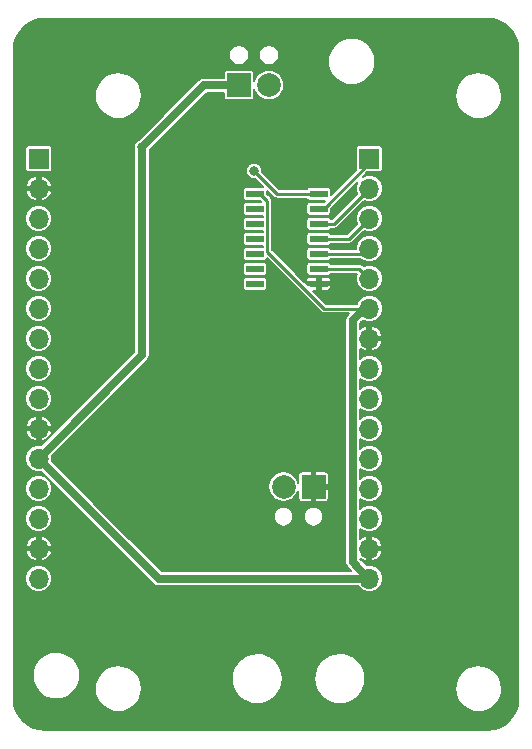
<source format=gbr>
G04 #@! TF.GenerationSoftware,KiCad,Pcbnew,(5.0.1)-3*
G04 #@! TF.CreationDate,2018-11-09T14:35:38+01:00*
G04 #@! TF.ProjectId,power_stalker_esp,706F7765725F7374616C6B65725F6573,rev?*
G04 #@! TF.SameCoordinates,Original*
G04 #@! TF.FileFunction,Copper,L2,Bot,Signal*
G04 #@! TF.FilePolarity,Positive*
%FSLAX46Y46*%
G04 Gerber Fmt 4.6, Leading zero omitted, Abs format (unit mm)*
G04 Created by KiCad (PCBNEW (5.0.1)-3) date 09-Nov-18 14:35:38*
%MOMM*%
%LPD*%
G01*
G04 APERTURE LIST*
G04 #@! TA.AperFunction,ComponentPad*
%ADD10C,2.000000*%
G04 #@! TD*
G04 #@! TA.AperFunction,ComponentPad*
%ADD11R,2.000000X2.000000*%
G04 #@! TD*
G04 #@! TA.AperFunction,ComponentPad*
%ADD12O,1.700000X1.700000*%
G04 #@! TD*
G04 #@! TA.AperFunction,ComponentPad*
%ADD13R,1.700000X1.700000*%
G04 #@! TD*
G04 #@! TA.AperFunction,SMDPad,CuDef*
%ADD14R,1.500000X0.600000*%
G04 #@! TD*
G04 #@! TA.AperFunction,ViaPad*
%ADD15C,0.800000*%
G04 #@! TD*
G04 #@! TA.AperFunction,Conductor*
%ADD16C,0.700000*%
G04 #@! TD*
G04 #@! TA.AperFunction,Conductor*
%ADD17C,0.250000*%
G04 #@! TD*
G04 #@! TA.AperFunction,Conductor*
%ADD18C,0.180000*%
G04 #@! TD*
G04 APERTURE END LIST*
D10*
G04 #@! TO.P,J1,2*
G04 #@! TO.N,+5V*
X98730000Y-108000000D03*
D11*
G04 #@! TO.P,J1,1*
G04 #@! TO.N,GND*
X101270000Y-108000000D03*
G04 #@! TD*
D12*
G04 #@! TO.P,J2,15*
G04 #@! TO.N,+5V*
X78000000Y-115780000D03*
G04 #@! TO.P,J2,14*
G04 #@! TO.N,GND*
X78000000Y-113240000D03*
G04 #@! TO.P,J2,13*
G04 #@! TO.N,N/C*
X78000000Y-110700000D03*
G04 #@! TO.P,J2,12*
X78000000Y-108160000D03*
G04 #@! TO.P,J2,11*
G04 #@! TO.N,+3V3*
X78000000Y-105620000D03*
G04 #@! TO.P,J2,10*
G04 #@! TO.N,GND*
X78000000Y-103080000D03*
G04 #@! TO.P,J2,9*
G04 #@! TO.N,N/C*
X78000000Y-100540000D03*
G04 #@! TO.P,J2,8*
X78000000Y-98000000D03*
G04 #@! TO.P,J2,7*
X78000000Y-95460000D03*
G04 #@! TO.P,J2,6*
X78000000Y-92920000D03*
G04 #@! TO.P,J2,5*
X78000000Y-90380000D03*
G04 #@! TO.P,J2,4*
X78000000Y-87840000D03*
G04 #@! TO.P,J2,3*
X78000000Y-85300000D03*
G04 #@! TO.P,J2,2*
G04 #@! TO.N,GND*
X78000000Y-82760000D03*
D13*
G04 #@! TO.P,J2,1*
G04 #@! TO.N,N/C*
X78000000Y-80220000D03*
G04 #@! TD*
D12*
G04 #@! TO.P,J3,15*
G04 #@! TO.N,+3V3*
X106000000Y-115780000D03*
G04 #@! TO.P,J3,14*
G04 #@! TO.N,GND*
X106000000Y-113240000D03*
G04 #@! TO.P,J3,13*
G04 #@! TO.N,N/C*
X106000000Y-110700000D03*
G04 #@! TO.P,J3,12*
X106000000Y-108160000D03*
G04 #@! TO.P,J3,11*
X106000000Y-105620000D03*
G04 #@! TO.P,J3,10*
X106000000Y-103080000D03*
G04 #@! TO.P,J3,9*
X106000000Y-100540000D03*
G04 #@! TO.P,J3,8*
X106000000Y-98000000D03*
G04 #@! TO.P,J3,7*
G04 #@! TO.N,GND*
X106000000Y-95460000D03*
G04 #@! TO.P,J3,6*
G04 #@! TO.N,+3V3*
X106000000Y-92920000D03*
G04 #@! TO.P,J3,5*
G04 #@! TO.N,1Q3*
X106000000Y-90380000D03*
G04 #@! TO.P,J3,4*
G04 #@! TO.N,1Q2*
X106000000Y-87840000D03*
G04 #@! TO.P,J3,3*
G04 #@! TO.N,1Q1*
X106000000Y-85300000D03*
G04 #@! TO.P,J3,2*
G04 #@! TO.N,1Q0*
X106000000Y-82760000D03*
D13*
G04 #@! TO.P,J3,1*
G04 #@! TO.N,MASTER_RESET*
X106000000Y-80220000D03*
G04 #@! TD*
D11*
G04 #@! TO.P,Q1,1*
G04 #@! TO.N,+3V3*
X94960000Y-74000000D03*
D10*
G04 #@! TO.P,Q1,2*
G04 #@! TO.N,Net-(C1-Pad1)*
X97500000Y-74000000D03*
G04 #@! TD*
D14*
G04 #@! TO.P,U1,1*
G04 #@! TO.N,Net-(Q2-Pad3)*
X101700000Y-83190000D03*
G04 #@! TO.P,U1,2*
G04 #@! TO.N,MASTER_RESET*
X101700000Y-84460000D03*
G04 #@! TO.P,U1,3*
G04 #@! TO.N,1Q0*
X101700000Y-85730000D03*
G04 #@! TO.P,U1,4*
G04 #@! TO.N,1Q1*
X101700000Y-87000000D03*
G04 #@! TO.P,U1,5*
G04 #@! TO.N,1Q2*
X101700000Y-88270000D03*
G04 #@! TO.P,U1,6*
G04 #@! TO.N,1Q3*
X101700000Y-89540000D03*
G04 #@! TO.P,U1,7*
G04 #@! TO.N,GND*
X101700000Y-90810000D03*
G04 #@! TO.P,U1,8*
G04 #@! TO.N,N/C*
X96300000Y-90810000D03*
G04 #@! TO.P,U1,9*
X96300000Y-89540000D03*
G04 #@! TO.P,U1,10*
X96300000Y-88270000D03*
G04 #@! TO.P,U1,11*
X96300000Y-87000000D03*
G04 #@! TO.P,U1,12*
X96300000Y-85730000D03*
G04 #@! TO.P,U1,13*
X96300000Y-84460000D03*
G04 #@! TO.P,U1,14*
G04 #@! TO.N,+3V3*
X96300000Y-83190000D03*
G04 #@! TD*
D15*
G04 #@! TO.N,GND*
X115000000Y-80000000D03*
X115000000Y-85000000D03*
X115000000Y-90000000D03*
X115000000Y-95000000D03*
X115000000Y-100000000D03*
X115000000Y-105000000D03*
X115000000Y-110000000D03*
X115000000Y-115000000D03*
X115000000Y-120000000D03*
X110000000Y-120000000D03*
X110000000Y-125000000D03*
X110000000Y-115000000D03*
X110000000Y-110000000D03*
X110000000Y-105000000D03*
X110000000Y-100000000D03*
X110000000Y-95000000D03*
X110000000Y-90000000D03*
X110000000Y-85000000D03*
X110000000Y-80000000D03*
X110000000Y-75000000D03*
X110000000Y-70000000D03*
X105000000Y-120000000D03*
X100000000Y-120000000D03*
X95000000Y-120000000D03*
X90000000Y-120000000D03*
X85000000Y-120000000D03*
X80000000Y-120000000D03*
X90000000Y-125000000D03*
X100000000Y-125000000D03*
X85000000Y-115000000D03*
X90000000Y-110000000D03*
X85000000Y-105000000D03*
X90000000Y-105000000D03*
X95000000Y-105000000D03*
X95000000Y-100000000D03*
X90000000Y-100000000D03*
X100000000Y-100000000D03*
X100000000Y-95000000D03*
X95000000Y-95000000D03*
X90000000Y-95000000D03*
X85000000Y-95000000D03*
X80000000Y-95000000D03*
X80000000Y-90000000D03*
X85000000Y-90000000D03*
X85000000Y-85000000D03*
X80000000Y-85000000D03*
X80000000Y-80000000D03*
X85000000Y-80000000D03*
X80000000Y-75000000D03*
X85000000Y-70000000D03*
X80000000Y-70000000D03*
X90000000Y-70000000D03*
X95000000Y-70000000D03*
X100000000Y-70000000D03*
X100000000Y-75000000D03*
X105000000Y-75000000D03*
X115000000Y-70000000D03*
G04 #@! TO.N,+3V3*
X86750000Y-79250000D03*
G04 #@! TO.N,Net-(Q2-Pad3)*
X96250000Y-81250000D03*
G04 #@! TD*
D16*
G04 #@! TO.N,+3V3*
X78000000Y-105620000D02*
X86750000Y-96870000D01*
X86750000Y-96870000D02*
X86750000Y-79250000D01*
X92000000Y-74000000D02*
X94960000Y-74000000D01*
X86750000Y-79250000D02*
X92000000Y-74000000D01*
X88160000Y-115780000D02*
X106000000Y-115780000D01*
X78000000Y-105620000D02*
X88160000Y-115780000D01*
X105150001Y-114930001D02*
X106000000Y-115780000D01*
X104599999Y-114379999D02*
X105150001Y-114930001D01*
X104599999Y-93900001D02*
X104599999Y-114379999D01*
X106000000Y-92920000D02*
X105580000Y-92920000D01*
X105580000Y-92920000D02*
X104599999Y-93900001D01*
D17*
X96750000Y-83190000D02*
X96300000Y-83190000D01*
X97375001Y-83815001D02*
X96750000Y-83190000D01*
X97375001Y-88120003D02*
X97375001Y-83815001D01*
X102174998Y-92920000D02*
X97375001Y-88120003D01*
X106000000Y-92920000D02*
X102174998Y-92920000D01*
D16*
X86750000Y-79250000D02*
X86750000Y-79250000D01*
D17*
G04 #@! TO.N,1Q3*
X105160000Y-89540000D02*
X106000000Y-90380000D01*
X101700000Y-89540000D02*
X105160000Y-89540000D01*
G04 #@! TO.N,1Q2*
X105570000Y-88270000D02*
X106000000Y-87840000D01*
X101700000Y-88270000D02*
X105570000Y-88270000D01*
G04 #@! TO.N,1Q1*
X104300000Y-87000000D02*
X106000000Y-85300000D01*
X101700000Y-87000000D02*
X104300000Y-87000000D01*
G04 #@! TO.N,1Q0*
X103030000Y-85730000D02*
X106000000Y-82760000D01*
X101700000Y-85730000D02*
X103030000Y-85730000D01*
G04 #@! TO.N,MASTER_RESET*
X106000000Y-80610000D02*
X106000000Y-80220000D01*
X102150000Y-84460000D02*
X106000000Y-80610000D01*
X101700000Y-84460000D02*
X102150000Y-84460000D01*
G04 #@! TO.N,Net-(Q2-Pad3)*
X98190000Y-83190000D02*
X101700000Y-83190000D01*
X96250000Y-81250000D02*
X98190000Y-83190000D01*
G04 #@! TD*
D18*
G04 #@! TO.N,GND*
G36*
X116506589Y-68441543D02*
X116993880Y-68588664D01*
X117443317Y-68827633D01*
X117837777Y-69149347D01*
X118162239Y-69541554D01*
X118404339Y-69989309D01*
X118554859Y-70475559D01*
X118609998Y-71000174D01*
X118610000Y-71000785D01*
X118610001Y-125980913D01*
X118558457Y-126506589D01*
X118411336Y-126993880D01*
X118172366Y-127443319D01*
X117850651Y-127837780D01*
X117458449Y-128162237D01*
X117010693Y-128404337D01*
X116524441Y-128554859D01*
X115999826Y-128609998D01*
X115999215Y-128610000D01*
X78519077Y-128610000D01*
X77993411Y-128558457D01*
X77506120Y-128411336D01*
X77056681Y-128172366D01*
X76662220Y-127850651D01*
X76337763Y-127458449D01*
X76095663Y-127010693D01*
X75945141Y-126524441D01*
X75890002Y-125999826D01*
X75890000Y-125999215D01*
X75890000Y-124028064D01*
X77490196Y-124028064D01*
X77533923Y-124417902D01*
X77652538Y-124791823D01*
X77841522Y-125135584D01*
X78093677Y-125436090D01*
X78399398Y-125681896D01*
X78747041Y-125863640D01*
X79123364Y-125974397D01*
X79514032Y-126009951D01*
X79904167Y-125968946D01*
X80278906Y-125852945D01*
X80623978Y-125666366D01*
X80926237Y-125416315D01*
X81161613Y-125127715D01*
X82765193Y-125127715D01*
X82808377Y-125512705D01*
X82925516Y-125881975D01*
X83112150Y-126221460D01*
X83361168Y-126518228D01*
X83663087Y-126760977D01*
X84006406Y-126940460D01*
X84378048Y-127049840D01*
X84763858Y-127084952D01*
X85149140Y-127044457D01*
X85519218Y-126929898D01*
X85859998Y-126745640D01*
X86158498Y-126498699D01*
X86403349Y-126198482D01*
X86585224Y-125856425D01*
X86697196Y-125485555D01*
X86735000Y-125100000D01*
X86734226Y-125044576D01*
X86685671Y-124660226D01*
X86563388Y-124292628D01*
X86556305Y-124280158D01*
X94340211Y-124280158D01*
X94387201Y-124699089D01*
X94514668Y-125100915D01*
X94717755Y-125470329D01*
X94988727Y-125793261D01*
X95317263Y-126057411D01*
X95690850Y-126252717D01*
X96095256Y-126371740D01*
X96515080Y-126409947D01*
X96934328Y-126365883D01*
X97337034Y-126241224D01*
X97707857Y-126040721D01*
X98032673Y-125772010D01*
X98299110Y-125445326D01*
X98497019Y-125073112D01*
X98618863Y-124669546D01*
X98657042Y-124280158D01*
X101340211Y-124280158D01*
X101387201Y-124699089D01*
X101514668Y-125100915D01*
X101717755Y-125470329D01*
X101988727Y-125793261D01*
X102317263Y-126057411D01*
X102690850Y-126252717D01*
X103095256Y-126371740D01*
X103515080Y-126409947D01*
X103934328Y-126365883D01*
X104337034Y-126241224D01*
X104707857Y-126040721D01*
X105032673Y-125772010D01*
X105299110Y-125445326D01*
X105467986Y-125127715D01*
X113265193Y-125127715D01*
X113308377Y-125512705D01*
X113425516Y-125881975D01*
X113612150Y-126221460D01*
X113861168Y-126518228D01*
X114163087Y-126760977D01*
X114506406Y-126940460D01*
X114878048Y-127049840D01*
X115263858Y-127084952D01*
X115649140Y-127044457D01*
X116019218Y-126929898D01*
X116359998Y-126745640D01*
X116658498Y-126498699D01*
X116903349Y-126198482D01*
X117085224Y-125856425D01*
X117197196Y-125485555D01*
X117235000Y-125100000D01*
X117234226Y-125044576D01*
X117185671Y-124660226D01*
X117063388Y-124292628D01*
X116872033Y-123955782D01*
X116618895Y-123662519D01*
X116313616Y-123424009D01*
X115967825Y-123249337D01*
X115594692Y-123145157D01*
X115208429Y-123115435D01*
X114823750Y-123161306D01*
X114455307Y-123281020D01*
X114117134Y-123470019D01*
X113822110Y-123721103D01*
X113581475Y-124024709D01*
X113404394Y-124369273D01*
X113297611Y-124741669D01*
X113265193Y-125127715D01*
X105467986Y-125127715D01*
X105497019Y-125073112D01*
X105618863Y-124669546D01*
X105660000Y-124250000D01*
X105659158Y-124189689D01*
X105606323Y-123771455D01*
X105473258Y-123371449D01*
X105265033Y-123004906D01*
X104989578Y-122685789D01*
X104657386Y-122426252D01*
X104281109Y-122236181D01*
X103875080Y-122122815D01*
X103454764Y-122090474D01*
X103036172Y-122140388D01*
X102635246Y-122270657D01*
X102267259Y-122476318D01*
X101946226Y-122749538D01*
X101684376Y-123079910D01*
X101491683Y-123454851D01*
X101375486Y-123860079D01*
X101340211Y-124280158D01*
X98657042Y-124280158D01*
X98660000Y-124250000D01*
X98659158Y-124189689D01*
X98606323Y-123771455D01*
X98473258Y-123371449D01*
X98265033Y-123004906D01*
X97989578Y-122685789D01*
X97657386Y-122426252D01*
X97281109Y-122236181D01*
X96875080Y-122122815D01*
X96454764Y-122090474D01*
X96036172Y-122140388D01*
X95635246Y-122270657D01*
X95267259Y-122476318D01*
X94946226Y-122749538D01*
X94684376Y-123079910D01*
X94491683Y-123454851D01*
X94375486Y-123860079D01*
X94340211Y-124280158D01*
X86556305Y-124280158D01*
X86372033Y-123955782D01*
X86118895Y-123662519D01*
X85813616Y-123424009D01*
X85467825Y-123249337D01*
X85094692Y-123145157D01*
X84708429Y-123115435D01*
X84323750Y-123161306D01*
X83955307Y-123281020D01*
X83617134Y-123470019D01*
X83322110Y-123721103D01*
X83081475Y-124024709D01*
X82904394Y-124369273D01*
X82797611Y-124741669D01*
X82765193Y-125127715D01*
X81161613Y-125127715D01*
X81174172Y-125112317D01*
X81358338Y-124765951D01*
X81471720Y-124390411D01*
X81510000Y-124000000D01*
X81509216Y-123943878D01*
X81460050Y-123554688D01*
X81336226Y-123182459D01*
X81142461Y-122841371D01*
X80886135Y-122544415D01*
X80577012Y-122302901D01*
X80226865Y-122126029D01*
X79849033Y-122020536D01*
X79457906Y-121990441D01*
X79068382Y-122036889D01*
X78695298Y-122158111D01*
X78352866Y-122349490D01*
X78054127Y-122603737D01*
X77810461Y-122911166D01*
X77631149Y-123260070D01*
X77523021Y-123637157D01*
X77490196Y-124028064D01*
X75890000Y-124028064D01*
X75890000Y-115780000D01*
X76854485Y-115780000D01*
X76876496Y-116003479D01*
X76941682Y-116218370D01*
X77047539Y-116416414D01*
X77189999Y-116590001D01*
X77363586Y-116732461D01*
X77561630Y-116838318D01*
X77776521Y-116903504D01*
X77944006Y-116920000D01*
X78055994Y-116920000D01*
X78223479Y-116903504D01*
X78438370Y-116838318D01*
X78636414Y-116732461D01*
X78810001Y-116590001D01*
X78952461Y-116416414D01*
X79058318Y-116218370D01*
X79123504Y-116003479D01*
X79145515Y-115780000D01*
X79123504Y-115556521D01*
X79058318Y-115341630D01*
X78952461Y-115143586D01*
X78810001Y-114969999D01*
X78636414Y-114827539D01*
X78438370Y-114721682D01*
X78223479Y-114656496D01*
X78055994Y-114640000D01*
X77944006Y-114640000D01*
X77776521Y-114656496D01*
X77561630Y-114721682D01*
X77363586Y-114827539D01*
X77189999Y-114969999D01*
X77047539Y-115143586D01*
X76941682Y-115341630D01*
X76876496Y-115556521D01*
X76854485Y-115780000D01*
X75890000Y-115780000D01*
X75890000Y-113578461D01*
X76911403Y-113578461D01*
X76990912Y-113770432D01*
X77113783Y-113957103D01*
X77270711Y-114116216D01*
X77455665Y-114241657D01*
X77661538Y-114328605D01*
X77836000Y-114295650D01*
X77836000Y-113404000D01*
X78164000Y-113404000D01*
X78164000Y-114295650D01*
X78338462Y-114328605D01*
X78544335Y-114241657D01*
X78729289Y-114116216D01*
X78886217Y-113957103D01*
X79009088Y-113770432D01*
X79088597Y-113578461D01*
X79054827Y-113404000D01*
X78164000Y-113404000D01*
X77836000Y-113404000D01*
X76945173Y-113404000D01*
X76911403Y-113578461D01*
X75890000Y-113578461D01*
X75890000Y-112901539D01*
X76911403Y-112901539D01*
X76945173Y-113076000D01*
X77836000Y-113076000D01*
X77836000Y-112184350D01*
X78164000Y-112184350D01*
X78164000Y-113076000D01*
X79054827Y-113076000D01*
X79088597Y-112901539D01*
X79009088Y-112709568D01*
X78886217Y-112522897D01*
X78729289Y-112363784D01*
X78544335Y-112238343D01*
X78338462Y-112151395D01*
X78164000Y-112184350D01*
X77836000Y-112184350D01*
X77661538Y-112151395D01*
X77455665Y-112238343D01*
X77270711Y-112363784D01*
X77113783Y-112522897D01*
X76990912Y-112709568D01*
X76911403Y-112901539D01*
X75890000Y-112901539D01*
X75890000Y-110700000D01*
X76854485Y-110700000D01*
X76876496Y-110923479D01*
X76941682Y-111138370D01*
X77047539Y-111336414D01*
X77189999Y-111510001D01*
X77363586Y-111652461D01*
X77561630Y-111758318D01*
X77776521Y-111823504D01*
X77944006Y-111840000D01*
X78055994Y-111840000D01*
X78223479Y-111823504D01*
X78438370Y-111758318D01*
X78636414Y-111652461D01*
X78810001Y-111510001D01*
X78952461Y-111336414D01*
X79058318Y-111138370D01*
X79123504Y-110923479D01*
X79145515Y-110700000D01*
X79123504Y-110476521D01*
X79058318Y-110261630D01*
X78952461Y-110063586D01*
X78810001Y-109889999D01*
X78636414Y-109747539D01*
X78438370Y-109641682D01*
X78223479Y-109576496D01*
X78055994Y-109560000D01*
X77944006Y-109560000D01*
X77776521Y-109576496D01*
X77561630Y-109641682D01*
X77363586Y-109747539D01*
X77189999Y-109889999D01*
X77047539Y-110063586D01*
X76941682Y-110261630D01*
X76876496Y-110476521D01*
X76854485Y-110700000D01*
X75890000Y-110700000D01*
X75890000Y-108160000D01*
X76854485Y-108160000D01*
X76876496Y-108383479D01*
X76941682Y-108598370D01*
X77047539Y-108796414D01*
X77189999Y-108970001D01*
X77363586Y-109112461D01*
X77561630Y-109218318D01*
X77776521Y-109283504D01*
X77944006Y-109300000D01*
X78055994Y-109300000D01*
X78223479Y-109283504D01*
X78438370Y-109218318D01*
X78636414Y-109112461D01*
X78810001Y-108970001D01*
X78952461Y-108796414D01*
X79058318Y-108598370D01*
X79123504Y-108383479D01*
X79145515Y-108160000D01*
X79123504Y-107936521D01*
X79058318Y-107721630D01*
X78952461Y-107523586D01*
X78810001Y-107349999D01*
X78636414Y-107207539D01*
X78438370Y-107101682D01*
X78223479Y-107036496D01*
X78055994Y-107020000D01*
X77944006Y-107020000D01*
X77776521Y-107036496D01*
X77561630Y-107101682D01*
X77363586Y-107207539D01*
X77189999Y-107349999D01*
X77047539Y-107523586D01*
X76941682Y-107721630D01*
X76876496Y-107936521D01*
X76854485Y-108160000D01*
X75890000Y-108160000D01*
X75890000Y-105620000D01*
X76854485Y-105620000D01*
X76876496Y-105843479D01*
X76941682Y-106058370D01*
X77047539Y-106256414D01*
X77189999Y-106430001D01*
X77363586Y-106572461D01*
X77561630Y-106678318D01*
X77776521Y-106743504D01*
X77944006Y-106760000D01*
X78055994Y-106760000D01*
X78218863Y-106743959D01*
X87685217Y-116210313D01*
X87705262Y-116234738D01*
X87802714Y-116314714D01*
X87802715Y-116314715D01*
X87913897Y-116374143D01*
X88034538Y-116410739D01*
X88160000Y-116423096D01*
X88191434Y-116420000D01*
X105050482Y-116420000D01*
X105189999Y-116590001D01*
X105363586Y-116732461D01*
X105561630Y-116838318D01*
X105776521Y-116903504D01*
X105944006Y-116920000D01*
X106055994Y-116920000D01*
X106223479Y-116903504D01*
X106438370Y-116838318D01*
X106636414Y-116732461D01*
X106810001Y-116590001D01*
X106952461Y-116416414D01*
X107058318Y-116218370D01*
X107123504Y-116003479D01*
X107145515Y-115780000D01*
X107123504Y-115556521D01*
X107058318Y-115341630D01*
X106952461Y-115143586D01*
X106810001Y-114969999D01*
X106636414Y-114827539D01*
X106438370Y-114721682D01*
X106223479Y-114656496D01*
X106055994Y-114640000D01*
X105944006Y-114640000D01*
X105781138Y-114656041D01*
X105624780Y-114499684D01*
X105624776Y-114499679D01*
X105239999Y-114114903D01*
X105239999Y-114085076D01*
X105270711Y-114116216D01*
X105455665Y-114241657D01*
X105661538Y-114328605D01*
X105836000Y-114295650D01*
X105836000Y-113404000D01*
X106164000Y-113404000D01*
X106164000Y-114295650D01*
X106338462Y-114328605D01*
X106544335Y-114241657D01*
X106729289Y-114116216D01*
X106886217Y-113957103D01*
X107009088Y-113770432D01*
X107088597Y-113578461D01*
X107054827Y-113404000D01*
X106164000Y-113404000D01*
X105836000Y-113404000D01*
X105816000Y-113404000D01*
X105816000Y-113076000D01*
X105836000Y-113076000D01*
X105836000Y-112184350D01*
X106164000Y-112184350D01*
X106164000Y-113076000D01*
X107054827Y-113076000D01*
X107088597Y-112901539D01*
X107009088Y-112709568D01*
X106886217Y-112522897D01*
X106729289Y-112363784D01*
X106544335Y-112238343D01*
X106338462Y-112151395D01*
X106164000Y-112184350D01*
X105836000Y-112184350D01*
X105661538Y-112151395D01*
X105455665Y-112238343D01*
X105270711Y-112363784D01*
X105239999Y-112394924D01*
X105239999Y-111551035D01*
X105363586Y-111652461D01*
X105561630Y-111758318D01*
X105776521Y-111823504D01*
X105944006Y-111840000D01*
X106055994Y-111840000D01*
X106223479Y-111823504D01*
X106438370Y-111758318D01*
X106636414Y-111652461D01*
X106810001Y-111510001D01*
X106952461Y-111336414D01*
X107058318Y-111138370D01*
X107123504Y-110923479D01*
X107145515Y-110700000D01*
X107123504Y-110476521D01*
X107058318Y-110261630D01*
X106952461Y-110063586D01*
X106810001Y-109889999D01*
X106636414Y-109747539D01*
X106438370Y-109641682D01*
X106223479Y-109576496D01*
X106055994Y-109560000D01*
X105944006Y-109560000D01*
X105776521Y-109576496D01*
X105561630Y-109641682D01*
X105363586Y-109747539D01*
X105239999Y-109848965D01*
X105239999Y-109011035D01*
X105363586Y-109112461D01*
X105561630Y-109218318D01*
X105776521Y-109283504D01*
X105944006Y-109300000D01*
X106055994Y-109300000D01*
X106223479Y-109283504D01*
X106438370Y-109218318D01*
X106636414Y-109112461D01*
X106810001Y-108970001D01*
X106952461Y-108796414D01*
X107058318Y-108598370D01*
X107123504Y-108383479D01*
X107145515Y-108160000D01*
X107123504Y-107936521D01*
X107058318Y-107721630D01*
X106952461Y-107523586D01*
X106810001Y-107349999D01*
X106636414Y-107207539D01*
X106438370Y-107101682D01*
X106223479Y-107036496D01*
X106055994Y-107020000D01*
X105944006Y-107020000D01*
X105776521Y-107036496D01*
X105561630Y-107101682D01*
X105363586Y-107207539D01*
X105239999Y-107308965D01*
X105239999Y-106471035D01*
X105363586Y-106572461D01*
X105561630Y-106678318D01*
X105776521Y-106743504D01*
X105944006Y-106760000D01*
X106055994Y-106760000D01*
X106223479Y-106743504D01*
X106438370Y-106678318D01*
X106636414Y-106572461D01*
X106810001Y-106430001D01*
X106952461Y-106256414D01*
X107058318Y-106058370D01*
X107123504Y-105843479D01*
X107145515Y-105620000D01*
X107123504Y-105396521D01*
X107058318Y-105181630D01*
X106952461Y-104983586D01*
X106810001Y-104809999D01*
X106636414Y-104667539D01*
X106438370Y-104561682D01*
X106223479Y-104496496D01*
X106055994Y-104480000D01*
X105944006Y-104480000D01*
X105776521Y-104496496D01*
X105561630Y-104561682D01*
X105363586Y-104667539D01*
X105239999Y-104768965D01*
X105239999Y-103931035D01*
X105363586Y-104032461D01*
X105561630Y-104138318D01*
X105776521Y-104203504D01*
X105944006Y-104220000D01*
X106055994Y-104220000D01*
X106223479Y-104203504D01*
X106438370Y-104138318D01*
X106636414Y-104032461D01*
X106810001Y-103890001D01*
X106952461Y-103716414D01*
X107058318Y-103518370D01*
X107123504Y-103303479D01*
X107145515Y-103080000D01*
X107123504Y-102856521D01*
X107058318Y-102641630D01*
X106952461Y-102443586D01*
X106810001Y-102269999D01*
X106636414Y-102127539D01*
X106438370Y-102021682D01*
X106223479Y-101956496D01*
X106055994Y-101940000D01*
X105944006Y-101940000D01*
X105776521Y-101956496D01*
X105561630Y-102021682D01*
X105363586Y-102127539D01*
X105239999Y-102228965D01*
X105239999Y-101391035D01*
X105363586Y-101492461D01*
X105561630Y-101598318D01*
X105776521Y-101663504D01*
X105944006Y-101680000D01*
X106055994Y-101680000D01*
X106223479Y-101663504D01*
X106438370Y-101598318D01*
X106636414Y-101492461D01*
X106810001Y-101350001D01*
X106952461Y-101176414D01*
X107058318Y-100978370D01*
X107123504Y-100763479D01*
X107145515Y-100540000D01*
X107123504Y-100316521D01*
X107058318Y-100101630D01*
X106952461Y-99903586D01*
X106810001Y-99729999D01*
X106636414Y-99587539D01*
X106438370Y-99481682D01*
X106223479Y-99416496D01*
X106055994Y-99400000D01*
X105944006Y-99400000D01*
X105776521Y-99416496D01*
X105561630Y-99481682D01*
X105363586Y-99587539D01*
X105239999Y-99688965D01*
X105239999Y-98851035D01*
X105363586Y-98952461D01*
X105561630Y-99058318D01*
X105776521Y-99123504D01*
X105944006Y-99140000D01*
X106055994Y-99140000D01*
X106223479Y-99123504D01*
X106438370Y-99058318D01*
X106636414Y-98952461D01*
X106810001Y-98810001D01*
X106952461Y-98636414D01*
X107058318Y-98438370D01*
X107123504Y-98223479D01*
X107145515Y-98000000D01*
X107123504Y-97776521D01*
X107058318Y-97561630D01*
X106952461Y-97363586D01*
X106810001Y-97189999D01*
X106636414Y-97047539D01*
X106438370Y-96941682D01*
X106223479Y-96876496D01*
X106055994Y-96860000D01*
X105944006Y-96860000D01*
X105776521Y-96876496D01*
X105561630Y-96941682D01*
X105363586Y-97047539D01*
X105239999Y-97148965D01*
X105239999Y-96305076D01*
X105270711Y-96336216D01*
X105455665Y-96461657D01*
X105661538Y-96548605D01*
X105836000Y-96515650D01*
X105836000Y-95624000D01*
X106164000Y-95624000D01*
X106164000Y-96515650D01*
X106338462Y-96548605D01*
X106544335Y-96461657D01*
X106729289Y-96336216D01*
X106886217Y-96177103D01*
X107009088Y-95990432D01*
X107088597Y-95798461D01*
X107054827Y-95624000D01*
X106164000Y-95624000D01*
X105836000Y-95624000D01*
X105816000Y-95624000D01*
X105816000Y-95296000D01*
X105836000Y-95296000D01*
X105836000Y-94404350D01*
X106164000Y-94404350D01*
X106164000Y-95296000D01*
X107054827Y-95296000D01*
X107088597Y-95121539D01*
X107009088Y-94929568D01*
X106886217Y-94742897D01*
X106729289Y-94583784D01*
X106544335Y-94458343D01*
X106338462Y-94371395D01*
X106164000Y-94404350D01*
X105836000Y-94404350D01*
X105661538Y-94371395D01*
X105455665Y-94458343D01*
X105270711Y-94583784D01*
X105239999Y-94614924D01*
X105239999Y-94165097D01*
X105473751Y-93931345D01*
X105561630Y-93978318D01*
X105776521Y-94043504D01*
X105944006Y-94060000D01*
X106055994Y-94060000D01*
X106223479Y-94043504D01*
X106438370Y-93978318D01*
X106636414Y-93872461D01*
X106810001Y-93730001D01*
X106952461Y-93556414D01*
X107058318Y-93358370D01*
X107123504Y-93143479D01*
X107145515Y-92920000D01*
X107123504Y-92696521D01*
X107058318Y-92481630D01*
X106952461Y-92283586D01*
X106810001Y-92109999D01*
X106636414Y-91967539D01*
X106438370Y-91861682D01*
X106223479Y-91796496D01*
X106055994Y-91780000D01*
X105944006Y-91780000D01*
X105776521Y-91796496D01*
X105561630Y-91861682D01*
X105363586Y-91967539D01*
X105189999Y-92109999D01*
X105047539Y-92283586D01*
X104941682Y-92481630D01*
X104934593Y-92505000D01*
X102346897Y-92505000D01*
X101241897Y-91400000D01*
X101463500Y-91400000D01*
X101536000Y-91327500D01*
X101536000Y-90960000D01*
X101864000Y-90960000D01*
X101864000Y-91327500D01*
X101936500Y-91400000D01*
X102478562Y-91400000D01*
X102534589Y-91388856D01*
X102587366Y-91366995D01*
X102634864Y-91335258D01*
X102675257Y-91294865D01*
X102706994Y-91247367D01*
X102728855Y-91194590D01*
X102740000Y-91138563D01*
X102740000Y-91032500D01*
X102667500Y-90960000D01*
X101864000Y-90960000D01*
X101536000Y-90960000D01*
X100801897Y-90960000D01*
X100323334Y-90481437D01*
X100660000Y-90481437D01*
X100660000Y-90587500D01*
X100732500Y-90660000D01*
X101536000Y-90660000D01*
X101536000Y-90292500D01*
X101864000Y-90292500D01*
X101864000Y-90660000D01*
X102667500Y-90660000D01*
X102740000Y-90587500D01*
X102740000Y-90481437D01*
X102728855Y-90425410D01*
X102706994Y-90372633D01*
X102675257Y-90325135D01*
X102634864Y-90284742D01*
X102587366Y-90253005D01*
X102534589Y-90231144D01*
X102478562Y-90220000D01*
X101936500Y-90220000D01*
X101864000Y-90292500D01*
X101536000Y-90292500D01*
X101463500Y-90220000D01*
X100921438Y-90220000D01*
X100865411Y-90231144D01*
X100812634Y-90253005D01*
X100765136Y-90284742D01*
X100724743Y-90325135D01*
X100693006Y-90372633D01*
X100671145Y-90425410D01*
X100660000Y-90481437D01*
X100323334Y-90481437D01*
X99081897Y-89240000D01*
X100658597Y-89240000D01*
X100658597Y-89840000D01*
X100664196Y-89896850D01*
X100680779Y-89951515D01*
X100707707Y-90001895D01*
X100743947Y-90046053D01*
X100788105Y-90082293D01*
X100838485Y-90109221D01*
X100893150Y-90125804D01*
X100950000Y-90131403D01*
X102450000Y-90131403D01*
X102506850Y-90125804D01*
X102561515Y-90109221D01*
X102611895Y-90082293D01*
X102656053Y-90046053D01*
X102692293Y-90001895D01*
X102717358Y-89955000D01*
X104937626Y-89955000D01*
X104876496Y-90156521D01*
X104854485Y-90380000D01*
X104876496Y-90603479D01*
X104941682Y-90818370D01*
X105047539Y-91016414D01*
X105189999Y-91190001D01*
X105363586Y-91332461D01*
X105561630Y-91438318D01*
X105776521Y-91503504D01*
X105944006Y-91520000D01*
X106055994Y-91520000D01*
X106223479Y-91503504D01*
X106438370Y-91438318D01*
X106636414Y-91332461D01*
X106810001Y-91190001D01*
X106952461Y-91016414D01*
X107058318Y-90818370D01*
X107123504Y-90603479D01*
X107145515Y-90380000D01*
X107123504Y-90156521D01*
X107058318Y-89941630D01*
X106952461Y-89743586D01*
X106810001Y-89569999D01*
X106636414Y-89427539D01*
X106438370Y-89321682D01*
X106223479Y-89256496D01*
X106055994Y-89240000D01*
X105944006Y-89240000D01*
X105776521Y-89256496D01*
X105561630Y-89321682D01*
X105540092Y-89333194D01*
X105467866Y-89260968D01*
X105454869Y-89245131D01*
X105391677Y-89193271D01*
X105319582Y-89154735D01*
X105241354Y-89131005D01*
X105180387Y-89125000D01*
X105180377Y-89125000D01*
X105160000Y-89122993D01*
X105139623Y-89125000D01*
X102717358Y-89125000D01*
X102692293Y-89078105D01*
X102656053Y-89033947D01*
X102611895Y-88997707D01*
X102561515Y-88970779D01*
X102506850Y-88954196D01*
X102450000Y-88948597D01*
X100950000Y-88948597D01*
X100893150Y-88954196D01*
X100838485Y-88970779D01*
X100788105Y-88997707D01*
X100743947Y-89033947D01*
X100707707Y-89078105D01*
X100680779Y-89128485D01*
X100664196Y-89183150D01*
X100658597Y-89240000D01*
X99081897Y-89240000D01*
X97811897Y-87970000D01*
X100658597Y-87970000D01*
X100658597Y-88570000D01*
X100664196Y-88626850D01*
X100680779Y-88681515D01*
X100707707Y-88731895D01*
X100743947Y-88776053D01*
X100788105Y-88812293D01*
X100838485Y-88839221D01*
X100893150Y-88855804D01*
X100950000Y-88861403D01*
X102450000Y-88861403D01*
X102506850Y-88855804D01*
X102561515Y-88839221D01*
X102611895Y-88812293D01*
X102656053Y-88776053D01*
X102692293Y-88731895D01*
X102717358Y-88685000D01*
X105232645Y-88685000D01*
X105363586Y-88792461D01*
X105561630Y-88898318D01*
X105776521Y-88963504D01*
X105944006Y-88980000D01*
X106055994Y-88980000D01*
X106223479Y-88963504D01*
X106438370Y-88898318D01*
X106636414Y-88792461D01*
X106810001Y-88650001D01*
X106952461Y-88476414D01*
X107058318Y-88278370D01*
X107123504Y-88063479D01*
X107145515Y-87840000D01*
X107123504Y-87616521D01*
X107058318Y-87401630D01*
X106952461Y-87203586D01*
X106810001Y-87029999D01*
X106636414Y-86887539D01*
X106438370Y-86781682D01*
X106223479Y-86716496D01*
X106055994Y-86700000D01*
X105944006Y-86700000D01*
X105776521Y-86716496D01*
X105561630Y-86781682D01*
X105363586Y-86887539D01*
X105189999Y-87029999D01*
X105047539Y-87203586D01*
X104941682Y-87401630D01*
X104876496Y-87616521D01*
X104854485Y-87840000D01*
X104855962Y-87855000D01*
X102717358Y-87855000D01*
X102692293Y-87808105D01*
X102656053Y-87763947D01*
X102611895Y-87727707D01*
X102561515Y-87700779D01*
X102506850Y-87684196D01*
X102450000Y-87678597D01*
X100950000Y-87678597D01*
X100893150Y-87684196D01*
X100838485Y-87700779D01*
X100788105Y-87727707D01*
X100743947Y-87763947D01*
X100707707Y-87808105D01*
X100680779Y-87858485D01*
X100664196Y-87913150D01*
X100658597Y-87970000D01*
X97811897Y-87970000D01*
X97790001Y-87948105D01*
X97790001Y-86700000D01*
X100658597Y-86700000D01*
X100658597Y-87300000D01*
X100664196Y-87356850D01*
X100680779Y-87411515D01*
X100707707Y-87461895D01*
X100743947Y-87506053D01*
X100788105Y-87542293D01*
X100838485Y-87569221D01*
X100893150Y-87585804D01*
X100950000Y-87591403D01*
X102450000Y-87591403D01*
X102506850Y-87585804D01*
X102561515Y-87569221D01*
X102611895Y-87542293D01*
X102656053Y-87506053D01*
X102692293Y-87461895D01*
X102717358Y-87415000D01*
X104279623Y-87415000D01*
X104300000Y-87417007D01*
X104320377Y-87415000D01*
X104320387Y-87415000D01*
X104381354Y-87408995D01*
X104459582Y-87385265D01*
X104531677Y-87346729D01*
X104594869Y-87294869D01*
X104607866Y-87279032D01*
X105540093Y-86346806D01*
X105561630Y-86358318D01*
X105776521Y-86423504D01*
X105944006Y-86440000D01*
X106055994Y-86440000D01*
X106223479Y-86423504D01*
X106438370Y-86358318D01*
X106636414Y-86252461D01*
X106810001Y-86110001D01*
X106952461Y-85936414D01*
X107058318Y-85738370D01*
X107123504Y-85523479D01*
X107145515Y-85300000D01*
X107123504Y-85076521D01*
X107058318Y-84861630D01*
X106952461Y-84663586D01*
X106810001Y-84489999D01*
X106636414Y-84347539D01*
X106438370Y-84241682D01*
X106223479Y-84176496D01*
X106055994Y-84160000D01*
X105944006Y-84160000D01*
X105776521Y-84176496D01*
X105561630Y-84241682D01*
X105363586Y-84347539D01*
X105189999Y-84489999D01*
X105047539Y-84663586D01*
X104941682Y-84861630D01*
X104876496Y-85076521D01*
X104854485Y-85300000D01*
X104876496Y-85523479D01*
X104941682Y-85738370D01*
X104953194Y-85759907D01*
X104128102Y-86585000D01*
X102717358Y-86585000D01*
X102692293Y-86538105D01*
X102656053Y-86493947D01*
X102611895Y-86457707D01*
X102561515Y-86430779D01*
X102506850Y-86414196D01*
X102450000Y-86408597D01*
X100950000Y-86408597D01*
X100893150Y-86414196D01*
X100838485Y-86430779D01*
X100788105Y-86457707D01*
X100743947Y-86493947D01*
X100707707Y-86538105D01*
X100680779Y-86588485D01*
X100664196Y-86643150D01*
X100658597Y-86700000D01*
X97790001Y-86700000D01*
X97790001Y-83835378D01*
X97792008Y-83815001D01*
X97790001Y-83794624D01*
X97790001Y-83794614D01*
X97783996Y-83733647D01*
X97760266Y-83655419D01*
X97734389Y-83607007D01*
X97721730Y-83583323D01*
X97682866Y-83535967D01*
X97682862Y-83535963D01*
X97669870Y-83520132D01*
X97654038Y-83507139D01*
X97341403Y-83194505D01*
X97341403Y-82928301D01*
X97882134Y-83469032D01*
X97895131Y-83484869D01*
X97958323Y-83536729D01*
X98030418Y-83575265D01*
X98108646Y-83598995D01*
X98169613Y-83605000D01*
X98169622Y-83605000D01*
X98189999Y-83607007D01*
X98210376Y-83605000D01*
X100682642Y-83605000D01*
X100707707Y-83651895D01*
X100743947Y-83696053D01*
X100788105Y-83732293D01*
X100838485Y-83759221D01*
X100893150Y-83775804D01*
X100950000Y-83781403D01*
X102241699Y-83781403D01*
X102154505Y-83868597D01*
X100950000Y-83868597D01*
X100893150Y-83874196D01*
X100838485Y-83890779D01*
X100788105Y-83917707D01*
X100743947Y-83953947D01*
X100707707Y-83998105D01*
X100680779Y-84048485D01*
X100664196Y-84103150D01*
X100658597Y-84160000D01*
X100658597Y-84760000D01*
X100664196Y-84816850D01*
X100680779Y-84871515D01*
X100707707Y-84921895D01*
X100743947Y-84966053D01*
X100788105Y-85002293D01*
X100838485Y-85029221D01*
X100893150Y-85045804D01*
X100950000Y-85051403D01*
X102450000Y-85051403D01*
X102506850Y-85045804D01*
X102561515Y-85029221D01*
X102611895Y-85002293D01*
X102656053Y-84966053D01*
X102692293Y-84921895D01*
X102719221Y-84871515D01*
X102735804Y-84816850D01*
X102741403Y-84760000D01*
X102741403Y-84455495D01*
X105017944Y-82178954D01*
X104941682Y-82321630D01*
X104876496Y-82536521D01*
X104854485Y-82760000D01*
X104876496Y-82983479D01*
X104941682Y-83198370D01*
X104953194Y-83219908D01*
X102858102Y-85315000D01*
X102717358Y-85315000D01*
X102692293Y-85268105D01*
X102656053Y-85223947D01*
X102611895Y-85187707D01*
X102561515Y-85160779D01*
X102506850Y-85144196D01*
X102450000Y-85138597D01*
X100950000Y-85138597D01*
X100893150Y-85144196D01*
X100838485Y-85160779D01*
X100788105Y-85187707D01*
X100743947Y-85223947D01*
X100707707Y-85268105D01*
X100680779Y-85318485D01*
X100664196Y-85373150D01*
X100658597Y-85430000D01*
X100658597Y-86030000D01*
X100664196Y-86086850D01*
X100680779Y-86141515D01*
X100707707Y-86191895D01*
X100743947Y-86236053D01*
X100788105Y-86272293D01*
X100838485Y-86299221D01*
X100893150Y-86315804D01*
X100950000Y-86321403D01*
X102450000Y-86321403D01*
X102506850Y-86315804D01*
X102561515Y-86299221D01*
X102611895Y-86272293D01*
X102656053Y-86236053D01*
X102692293Y-86191895D01*
X102717358Y-86145000D01*
X103009623Y-86145000D01*
X103030000Y-86147007D01*
X103050377Y-86145000D01*
X103050387Y-86145000D01*
X103111354Y-86138995D01*
X103189582Y-86115265D01*
X103261677Y-86076729D01*
X103324869Y-86024869D01*
X103337866Y-86009032D01*
X105540092Y-83806806D01*
X105561630Y-83818318D01*
X105776521Y-83883504D01*
X105944006Y-83900000D01*
X106055994Y-83900000D01*
X106223479Y-83883504D01*
X106438370Y-83818318D01*
X106636414Y-83712461D01*
X106810001Y-83570001D01*
X106952461Y-83396414D01*
X107058318Y-83198370D01*
X107123504Y-82983479D01*
X107145515Y-82760000D01*
X107123504Y-82536521D01*
X107058318Y-82321630D01*
X106952461Y-82123586D01*
X106810001Y-81949999D01*
X106636414Y-81807539D01*
X106438370Y-81701682D01*
X106223479Y-81636496D01*
X106055994Y-81620000D01*
X105944006Y-81620000D01*
X105776521Y-81636496D01*
X105561630Y-81701682D01*
X105418954Y-81777944D01*
X105835495Y-81361403D01*
X106850000Y-81361403D01*
X106906850Y-81355804D01*
X106961515Y-81339221D01*
X107011895Y-81312293D01*
X107056053Y-81276053D01*
X107092293Y-81231895D01*
X107119221Y-81181515D01*
X107135804Y-81126850D01*
X107141403Y-81070000D01*
X107141403Y-79370000D01*
X107135804Y-79313150D01*
X107119221Y-79258485D01*
X107092293Y-79208105D01*
X107056053Y-79163947D01*
X107011895Y-79127707D01*
X106961515Y-79100779D01*
X106906850Y-79084196D01*
X106850000Y-79078597D01*
X105150000Y-79078597D01*
X105093150Y-79084196D01*
X105038485Y-79100779D01*
X104988105Y-79127707D01*
X104943947Y-79163947D01*
X104907707Y-79208105D01*
X104880779Y-79258485D01*
X104864196Y-79313150D01*
X104858597Y-79370000D01*
X104858597Y-81070000D01*
X104864196Y-81126850D01*
X104871657Y-81151445D01*
X102741403Y-83281699D01*
X102741403Y-82890000D01*
X102735804Y-82833150D01*
X102719221Y-82778485D01*
X102692293Y-82728105D01*
X102656053Y-82683947D01*
X102611895Y-82647707D01*
X102561515Y-82620779D01*
X102506850Y-82604196D01*
X102450000Y-82598597D01*
X100950000Y-82598597D01*
X100893150Y-82604196D01*
X100838485Y-82620779D01*
X100788105Y-82647707D01*
X100743947Y-82683947D01*
X100707707Y-82728105D01*
X100682642Y-82775000D01*
X98361898Y-82775000D01*
X96934169Y-81347271D01*
X96940000Y-81317959D01*
X96940000Y-81182041D01*
X96913484Y-81048734D01*
X96861470Y-80923162D01*
X96785958Y-80810150D01*
X96689850Y-80714042D01*
X96576838Y-80638530D01*
X96451266Y-80586516D01*
X96317959Y-80560000D01*
X96182041Y-80560000D01*
X96048734Y-80586516D01*
X95923162Y-80638530D01*
X95810150Y-80714042D01*
X95714042Y-80810150D01*
X95638530Y-80923162D01*
X95586516Y-81048734D01*
X95560000Y-81182041D01*
X95560000Y-81317959D01*
X95586516Y-81451266D01*
X95638530Y-81576838D01*
X95714042Y-81689850D01*
X95810150Y-81785958D01*
X95923162Y-81861470D01*
X96048734Y-81913484D01*
X96182041Y-81940000D01*
X96317959Y-81940000D01*
X96347271Y-81934169D01*
X97011699Y-82598597D01*
X95550000Y-82598597D01*
X95493150Y-82604196D01*
X95438485Y-82620779D01*
X95388105Y-82647707D01*
X95343947Y-82683947D01*
X95307707Y-82728105D01*
X95280779Y-82778485D01*
X95264196Y-82833150D01*
X95258597Y-82890000D01*
X95258597Y-83490000D01*
X95264196Y-83546850D01*
X95280779Y-83601515D01*
X95307707Y-83651895D01*
X95343947Y-83696053D01*
X95388105Y-83732293D01*
X95438485Y-83759221D01*
X95493150Y-83775804D01*
X95550000Y-83781403D01*
X96754505Y-83781403D01*
X96841698Y-83868597D01*
X95550000Y-83868597D01*
X95493150Y-83874196D01*
X95438485Y-83890779D01*
X95388105Y-83917707D01*
X95343947Y-83953947D01*
X95307707Y-83998105D01*
X95280779Y-84048485D01*
X95264196Y-84103150D01*
X95258597Y-84160000D01*
X95258597Y-84760000D01*
X95264196Y-84816850D01*
X95280779Y-84871515D01*
X95307707Y-84921895D01*
X95343947Y-84966053D01*
X95388105Y-85002293D01*
X95438485Y-85029221D01*
X95493150Y-85045804D01*
X95550000Y-85051403D01*
X96960002Y-85051403D01*
X96960002Y-85138597D01*
X95550000Y-85138597D01*
X95493150Y-85144196D01*
X95438485Y-85160779D01*
X95388105Y-85187707D01*
X95343947Y-85223947D01*
X95307707Y-85268105D01*
X95280779Y-85318485D01*
X95264196Y-85373150D01*
X95258597Y-85430000D01*
X95258597Y-86030000D01*
X95264196Y-86086850D01*
X95280779Y-86141515D01*
X95307707Y-86191895D01*
X95343947Y-86236053D01*
X95388105Y-86272293D01*
X95438485Y-86299221D01*
X95493150Y-86315804D01*
X95550000Y-86321403D01*
X96960001Y-86321403D01*
X96960001Y-86408597D01*
X95550000Y-86408597D01*
X95493150Y-86414196D01*
X95438485Y-86430779D01*
X95388105Y-86457707D01*
X95343947Y-86493947D01*
X95307707Y-86538105D01*
X95280779Y-86588485D01*
X95264196Y-86643150D01*
X95258597Y-86700000D01*
X95258597Y-87300000D01*
X95264196Y-87356850D01*
X95280779Y-87411515D01*
X95307707Y-87461895D01*
X95343947Y-87506053D01*
X95388105Y-87542293D01*
X95438485Y-87569221D01*
X95493150Y-87585804D01*
X95550000Y-87591403D01*
X96960001Y-87591403D01*
X96960001Y-87678597D01*
X95550000Y-87678597D01*
X95493150Y-87684196D01*
X95438485Y-87700779D01*
X95388105Y-87727707D01*
X95343947Y-87763947D01*
X95307707Y-87808105D01*
X95280779Y-87858485D01*
X95264196Y-87913150D01*
X95258597Y-87970000D01*
X95258597Y-88570000D01*
X95264196Y-88626850D01*
X95280779Y-88681515D01*
X95307707Y-88731895D01*
X95343947Y-88776053D01*
X95388105Y-88812293D01*
X95438485Y-88839221D01*
X95493150Y-88855804D01*
X95550000Y-88861403D01*
X97050000Y-88861403D01*
X97106850Y-88855804D01*
X97161515Y-88839221D01*
X97211895Y-88812293D01*
X97256053Y-88776053D01*
X97292293Y-88731895D01*
X97319221Y-88681515D01*
X97326295Y-88658195D01*
X101867137Y-93199038D01*
X101880129Y-93214869D01*
X101895960Y-93227861D01*
X101895964Y-93227865D01*
X101943320Y-93266729D01*
X102015416Y-93305265D01*
X102093644Y-93328995D01*
X102154611Y-93335000D01*
X102154621Y-93335000D01*
X102174998Y-93337007D01*
X102195375Y-93335000D01*
X104259904Y-93335000D01*
X104169686Y-93425218D01*
X104145261Y-93445263D01*
X104065284Y-93542717D01*
X104005856Y-93653900D01*
X103982771Y-93730001D01*
X103969260Y-93774540D01*
X103956903Y-93900001D01*
X103959999Y-93931435D01*
X103960000Y-114348555D01*
X103956903Y-114379999D01*
X103969260Y-114505460D01*
X103989663Y-114572717D01*
X104005857Y-114626101D01*
X104065285Y-114737284D01*
X104145262Y-114834737D01*
X104169681Y-114854777D01*
X104454903Y-115140000D01*
X88425096Y-115140000D01*
X83742363Y-110457267D01*
X97890000Y-110457267D01*
X97890000Y-110622733D01*
X97922281Y-110785019D01*
X97985602Y-110937889D01*
X98077530Y-111075469D01*
X98194531Y-111192470D01*
X98332111Y-111284398D01*
X98484981Y-111347719D01*
X98647267Y-111380000D01*
X98812733Y-111380000D01*
X98975019Y-111347719D01*
X99127889Y-111284398D01*
X99265469Y-111192470D01*
X99382470Y-111075469D01*
X99474398Y-110937889D01*
X99537719Y-110785019D01*
X99570000Y-110622733D01*
X99570000Y-110457267D01*
X100430000Y-110457267D01*
X100430000Y-110622733D01*
X100462281Y-110785019D01*
X100525602Y-110937889D01*
X100617530Y-111075469D01*
X100734531Y-111192470D01*
X100872111Y-111284398D01*
X101024981Y-111347719D01*
X101187267Y-111380000D01*
X101352733Y-111380000D01*
X101515019Y-111347719D01*
X101667889Y-111284398D01*
X101805469Y-111192470D01*
X101922470Y-111075469D01*
X102014398Y-110937889D01*
X102077719Y-110785019D01*
X102110000Y-110622733D01*
X102110000Y-110457267D01*
X102077719Y-110294981D01*
X102014398Y-110142111D01*
X101922470Y-110004531D01*
X101805469Y-109887530D01*
X101667889Y-109795602D01*
X101515019Y-109732281D01*
X101352733Y-109700000D01*
X101187267Y-109700000D01*
X101024981Y-109732281D01*
X100872111Y-109795602D01*
X100734531Y-109887530D01*
X100617530Y-110004531D01*
X100525602Y-110142111D01*
X100462281Y-110294981D01*
X100430000Y-110457267D01*
X99570000Y-110457267D01*
X99537719Y-110294981D01*
X99474398Y-110142111D01*
X99382470Y-110004531D01*
X99265469Y-109887530D01*
X99127889Y-109795602D01*
X98975019Y-109732281D01*
X98812733Y-109700000D01*
X98647267Y-109700000D01*
X98484981Y-109732281D01*
X98332111Y-109795602D01*
X98194531Y-109887530D01*
X98077530Y-110004531D01*
X97985602Y-110142111D01*
X97922281Y-110294981D01*
X97890000Y-110457267D01*
X83742363Y-110457267D01*
X81158042Y-107872946D01*
X97440000Y-107872946D01*
X97440000Y-108127054D01*
X97489574Y-108376279D01*
X97586817Y-108611044D01*
X97727991Y-108822327D01*
X97907673Y-109002009D01*
X98118956Y-109143183D01*
X98353721Y-109240426D01*
X98602946Y-109290000D01*
X98857054Y-109290000D01*
X99106279Y-109240426D01*
X99341044Y-109143183D01*
X99552327Y-109002009D01*
X99732009Y-108822327D01*
X99873183Y-108611044D01*
X99970426Y-108376279D01*
X99980000Y-108328147D01*
X99980000Y-109028563D01*
X99991145Y-109084590D01*
X100013006Y-109137367D01*
X100044743Y-109184865D01*
X100085136Y-109225258D01*
X100132634Y-109256995D01*
X100185411Y-109278856D01*
X100241438Y-109290000D01*
X101033500Y-109290000D01*
X101106000Y-109217500D01*
X101106000Y-108164000D01*
X101434000Y-108164000D01*
X101434000Y-109217500D01*
X101506500Y-109290000D01*
X102298562Y-109290000D01*
X102354589Y-109278856D01*
X102407366Y-109256995D01*
X102454864Y-109225258D01*
X102495257Y-109184865D01*
X102526994Y-109137367D01*
X102548855Y-109084590D01*
X102560000Y-109028563D01*
X102560000Y-108236500D01*
X102487500Y-108164000D01*
X101434000Y-108164000D01*
X101106000Y-108164000D01*
X101086000Y-108164000D01*
X101086000Y-107836000D01*
X101106000Y-107836000D01*
X101106000Y-106782500D01*
X101434000Y-106782500D01*
X101434000Y-107836000D01*
X102487500Y-107836000D01*
X102560000Y-107763500D01*
X102560000Y-106971437D01*
X102548855Y-106915410D01*
X102526994Y-106862633D01*
X102495257Y-106815135D01*
X102454864Y-106774742D01*
X102407366Y-106743005D01*
X102354589Y-106721144D01*
X102298562Y-106710000D01*
X101506500Y-106710000D01*
X101434000Y-106782500D01*
X101106000Y-106782500D01*
X101033500Y-106710000D01*
X100241438Y-106710000D01*
X100185411Y-106721144D01*
X100132634Y-106743005D01*
X100085136Y-106774742D01*
X100044743Y-106815135D01*
X100013006Y-106862633D01*
X99991145Y-106915410D01*
X99980000Y-106971437D01*
X99980000Y-107671853D01*
X99970426Y-107623721D01*
X99873183Y-107388956D01*
X99732009Y-107177673D01*
X99552327Y-106997991D01*
X99341044Y-106856817D01*
X99106279Y-106759574D01*
X98857054Y-106710000D01*
X98602946Y-106710000D01*
X98353721Y-106759574D01*
X98118956Y-106856817D01*
X97907673Y-106997991D01*
X97727991Y-107177673D01*
X97586817Y-107388956D01*
X97489574Y-107623721D01*
X97440000Y-107872946D01*
X81158042Y-107872946D01*
X79123959Y-105838863D01*
X79145515Y-105620000D01*
X79123959Y-105401137D01*
X87180315Y-97344781D01*
X87204738Y-97324738D01*
X87284715Y-97227285D01*
X87344143Y-97116102D01*
X87380739Y-96995462D01*
X87390000Y-96901434D01*
X87390000Y-96901433D01*
X87393096Y-96870000D01*
X87390000Y-96838566D01*
X87390000Y-90510000D01*
X95258597Y-90510000D01*
X95258597Y-91110000D01*
X95264196Y-91166850D01*
X95280779Y-91221515D01*
X95307707Y-91271895D01*
X95343947Y-91316053D01*
X95388105Y-91352293D01*
X95438485Y-91379221D01*
X95493150Y-91395804D01*
X95550000Y-91401403D01*
X97050000Y-91401403D01*
X97106850Y-91395804D01*
X97161515Y-91379221D01*
X97211895Y-91352293D01*
X97256053Y-91316053D01*
X97292293Y-91271895D01*
X97319221Y-91221515D01*
X97335804Y-91166850D01*
X97341403Y-91110000D01*
X97341403Y-90510000D01*
X97335804Y-90453150D01*
X97319221Y-90398485D01*
X97292293Y-90348105D01*
X97256053Y-90303947D01*
X97211895Y-90267707D01*
X97161515Y-90240779D01*
X97106850Y-90224196D01*
X97050000Y-90218597D01*
X95550000Y-90218597D01*
X95493150Y-90224196D01*
X95438485Y-90240779D01*
X95388105Y-90267707D01*
X95343947Y-90303947D01*
X95307707Y-90348105D01*
X95280779Y-90398485D01*
X95264196Y-90453150D01*
X95258597Y-90510000D01*
X87390000Y-90510000D01*
X87390000Y-89240000D01*
X95258597Y-89240000D01*
X95258597Y-89840000D01*
X95264196Y-89896850D01*
X95280779Y-89951515D01*
X95307707Y-90001895D01*
X95343947Y-90046053D01*
X95388105Y-90082293D01*
X95438485Y-90109221D01*
X95493150Y-90125804D01*
X95550000Y-90131403D01*
X97050000Y-90131403D01*
X97106850Y-90125804D01*
X97161515Y-90109221D01*
X97211895Y-90082293D01*
X97256053Y-90046053D01*
X97292293Y-90001895D01*
X97319221Y-89951515D01*
X97335804Y-89896850D01*
X97341403Y-89840000D01*
X97341403Y-89240000D01*
X97335804Y-89183150D01*
X97319221Y-89128485D01*
X97292293Y-89078105D01*
X97256053Y-89033947D01*
X97211895Y-88997707D01*
X97161515Y-88970779D01*
X97106850Y-88954196D01*
X97050000Y-88948597D01*
X95550000Y-88948597D01*
X95493150Y-88954196D01*
X95438485Y-88970779D01*
X95388105Y-88997707D01*
X95343947Y-89033947D01*
X95307707Y-89078105D01*
X95280779Y-89128485D01*
X95264196Y-89183150D01*
X95258597Y-89240000D01*
X87390000Y-89240000D01*
X87390000Y-79515096D01*
X92265097Y-74640000D01*
X93668597Y-74640000D01*
X93668597Y-75000000D01*
X93674196Y-75056850D01*
X93690779Y-75111515D01*
X93717707Y-75161895D01*
X93753947Y-75206053D01*
X93798105Y-75242293D01*
X93848485Y-75269221D01*
X93903150Y-75285804D01*
X93960000Y-75291403D01*
X95960000Y-75291403D01*
X96016850Y-75285804D01*
X96071515Y-75269221D01*
X96121895Y-75242293D01*
X96166053Y-75206053D01*
X96202293Y-75161895D01*
X96229221Y-75111515D01*
X96245804Y-75056850D01*
X96251403Y-75000000D01*
X96251403Y-74335201D01*
X96259574Y-74376279D01*
X96356817Y-74611044D01*
X96497991Y-74822327D01*
X96677673Y-75002009D01*
X96888956Y-75143183D01*
X97123721Y-75240426D01*
X97372946Y-75290000D01*
X97627054Y-75290000D01*
X97876279Y-75240426D01*
X98111044Y-75143183D01*
X98322327Y-75002009D01*
X98396621Y-74927715D01*
X113265193Y-74927715D01*
X113308377Y-75312705D01*
X113425516Y-75681975D01*
X113612150Y-76021460D01*
X113861168Y-76318228D01*
X114163087Y-76560977D01*
X114506406Y-76740460D01*
X114878048Y-76849840D01*
X115263858Y-76884952D01*
X115649140Y-76844457D01*
X116019218Y-76729898D01*
X116359998Y-76545640D01*
X116658498Y-76298699D01*
X116903349Y-75998482D01*
X117085224Y-75656425D01*
X117197196Y-75285555D01*
X117235000Y-74900000D01*
X117234226Y-74844576D01*
X117185671Y-74460226D01*
X117063388Y-74092628D01*
X116872033Y-73755782D01*
X116618895Y-73462519D01*
X116313616Y-73224009D01*
X115967825Y-73049337D01*
X115594692Y-72945157D01*
X115208429Y-72915435D01*
X114823750Y-72961306D01*
X114455307Y-73081020D01*
X114117134Y-73270019D01*
X113822110Y-73521103D01*
X113581475Y-73824709D01*
X113404394Y-74169273D01*
X113297611Y-74541669D01*
X113265193Y-74927715D01*
X98396621Y-74927715D01*
X98502009Y-74822327D01*
X98643183Y-74611044D01*
X98740426Y-74376279D01*
X98790000Y-74127054D01*
X98790000Y-73872946D01*
X98740426Y-73623721D01*
X98643183Y-73388956D01*
X98502009Y-73177673D01*
X98322327Y-72997991D01*
X98111044Y-72856817D01*
X97876279Y-72759574D01*
X97627054Y-72710000D01*
X97372946Y-72710000D01*
X97123721Y-72759574D01*
X96888956Y-72856817D01*
X96677673Y-72997991D01*
X96497991Y-73177673D01*
X96356817Y-73388956D01*
X96259574Y-73623721D01*
X96251403Y-73664799D01*
X96251403Y-73000000D01*
X96245804Y-72943150D01*
X96229221Y-72888485D01*
X96202293Y-72838105D01*
X96166053Y-72793947D01*
X96121895Y-72757707D01*
X96071515Y-72730779D01*
X96016850Y-72714196D01*
X95960000Y-72708597D01*
X93960000Y-72708597D01*
X93903150Y-72714196D01*
X93848485Y-72730779D01*
X93798105Y-72757707D01*
X93753947Y-72793947D01*
X93717707Y-72838105D01*
X93690779Y-72888485D01*
X93674196Y-72943150D01*
X93668597Y-73000000D01*
X93668597Y-73360000D01*
X92031433Y-73360000D01*
X91999999Y-73356904D01*
X91874537Y-73369261D01*
X91837941Y-73380363D01*
X91753898Y-73405857D01*
X91642715Y-73465285D01*
X91545262Y-73545262D01*
X91525222Y-73569681D01*
X86479859Y-78615045D01*
X86423162Y-78638530D01*
X86310150Y-78714042D01*
X86214042Y-78810150D01*
X86138530Y-78923162D01*
X86086516Y-79048734D01*
X86060000Y-79182041D01*
X86060000Y-79317959D01*
X86086516Y-79451266D01*
X86110001Y-79507963D01*
X86110000Y-96604904D01*
X78218863Y-104496041D01*
X78055994Y-104480000D01*
X77944006Y-104480000D01*
X77776521Y-104496496D01*
X77561630Y-104561682D01*
X77363586Y-104667539D01*
X77189999Y-104809999D01*
X77047539Y-104983586D01*
X76941682Y-105181630D01*
X76876496Y-105396521D01*
X76854485Y-105620000D01*
X75890000Y-105620000D01*
X75890000Y-103418461D01*
X76911403Y-103418461D01*
X76990912Y-103610432D01*
X77113783Y-103797103D01*
X77270711Y-103956216D01*
X77455665Y-104081657D01*
X77661538Y-104168605D01*
X77836000Y-104135650D01*
X77836000Y-103244000D01*
X78164000Y-103244000D01*
X78164000Y-104135650D01*
X78338462Y-104168605D01*
X78544335Y-104081657D01*
X78729289Y-103956216D01*
X78886217Y-103797103D01*
X79009088Y-103610432D01*
X79088597Y-103418461D01*
X79054827Y-103244000D01*
X78164000Y-103244000D01*
X77836000Y-103244000D01*
X76945173Y-103244000D01*
X76911403Y-103418461D01*
X75890000Y-103418461D01*
X75890000Y-102741539D01*
X76911403Y-102741539D01*
X76945173Y-102916000D01*
X77836000Y-102916000D01*
X77836000Y-102024350D01*
X78164000Y-102024350D01*
X78164000Y-102916000D01*
X79054827Y-102916000D01*
X79088597Y-102741539D01*
X79009088Y-102549568D01*
X78886217Y-102362897D01*
X78729289Y-102203784D01*
X78544335Y-102078343D01*
X78338462Y-101991395D01*
X78164000Y-102024350D01*
X77836000Y-102024350D01*
X77661538Y-101991395D01*
X77455665Y-102078343D01*
X77270711Y-102203784D01*
X77113783Y-102362897D01*
X76990912Y-102549568D01*
X76911403Y-102741539D01*
X75890000Y-102741539D01*
X75890000Y-100540000D01*
X76854485Y-100540000D01*
X76876496Y-100763479D01*
X76941682Y-100978370D01*
X77047539Y-101176414D01*
X77189999Y-101350001D01*
X77363586Y-101492461D01*
X77561630Y-101598318D01*
X77776521Y-101663504D01*
X77944006Y-101680000D01*
X78055994Y-101680000D01*
X78223479Y-101663504D01*
X78438370Y-101598318D01*
X78636414Y-101492461D01*
X78810001Y-101350001D01*
X78952461Y-101176414D01*
X79058318Y-100978370D01*
X79123504Y-100763479D01*
X79145515Y-100540000D01*
X79123504Y-100316521D01*
X79058318Y-100101630D01*
X78952461Y-99903586D01*
X78810001Y-99729999D01*
X78636414Y-99587539D01*
X78438370Y-99481682D01*
X78223479Y-99416496D01*
X78055994Y-99400000D01*
X77944006Y-99400000D01*
X77776521Y-99416496D01*
X77561630Y-99481682D01*
X77363586Y-99587539D01*
X77189999Y-99729999D01*
X77047539Y-99903586D01*
X76941682Y-100101630D01*
X76876496Y-100316521D01*
X76854485Y-100540000D01*
X75890000Y-100540000D01*
X75890000Y-98000000D01*
X76854485Y-98000000D01*
X76876496Y-98223479D01*
X76941682Y-98438370D01*
X77047539Y-98636414D01*
X77189999Y-98810001D01*
X77363586Y-98952461D01*
X77561630Y-99058318D01*
X77776521Y-99123504D01*
X77944006Y-99140000D01*
X78055994Y-99140000D01*
X78223479Y-99123504D01*
X78438370Y-99058318D01*
X78636414Y-98952461D01*
X78810001Y-98810001D01*
X78952461Y-98636414D01*
X79058318Y-98438370D01*
X79123504Y-98223479D01*
X79145515Y-98000000D01*
X79123504Y-97776521D01*
X79058318Y-97561630D01*
X78952461Y-97363586D01*
X78810001Y-97189999D01*
X78636414Y-97047539D01*
X78438370Y-96941682D01*
X78223479Y-96876496D01*
X78055994Y-96860000D01*
X77944006Y-96860000D01*
X77776521Y-96876496D01*
X77561630Y-96941682D01*
X77363586Y-97047539D01*
X77189999Y-97189999D01*
X77047539Y-97363586D01*
X76941682Y-97561630D01*
X76876496Y-97776521D01*
X76854485Y-98000000D01*
X75890000Y-98000000D01*
X75890000Y-95460000D01*
X76854485Y-95460000D01*
X76876496Y-95683479D01*
X76941682Y-95898370D01*
X77047539Y-96096414D01*
X77189999Y-96270001D01*
X77363586Y-96412461D01*
X77561630Y-96518318D01*
X77776521Y-96583504D01*
X77944006Y-96600000D01*
X78055994Y-96600000D01*
X78223479Y-96583504D01*
X78438370Y-96518318D01*
X78636414Y-96412461D01*
X78810001Y-96270001D01*
X78952461Y-96096414D01*
X79058318Y-95898370D01*
X79123504Y-95683479D01*
X79145515Y-95460000D01*
X79123504Y-95236521D01*
X79058318Y-95021630D01*
X78952461Y-94823586D01*
X78810001Y-94649999D01*
X78636414Y-94507539D01*
X78438370Y-94401682D01*
X78223479Y-94336496D01*
X78055994Y-94320000D01*
X77944006Y-94320000D01*
X77776521Y-94336496D01*
X77561630Y-94401682D01*
X77363586Y-94507539D01*
X77189999Y-94649999D01*
X77047539Y-94823586D01*
X76941682Y-95021630D01*
X76876496Y-95236521D01*
X76854485Y-95460000D01*
X75890000Y-95460000D01*
X75890000Y-92920000D01*
X76854485Y-92920000D01*
X76876496Y-93143479D01*
X76941682Y-93358370D01*
X77047539Y-93556414D01*
X77189999Y-93730001D01*
X77363586Y-93872461D01*
X77561630Y-93978318D01*
X77776521Y-94043504D01*
X77944006Y-94060000D01*
X78055994Y-94060000D01*
X78223479Y-94043504D01*
X78438370Y-93978318D01*
X78636414Y-93872461D01*
X78810001Y-93730001D01*
X78952461Y-93556414D01*
X79058318Y-93358370D01*
X79123504Y-93143479D01*
X79145515Y-92920000D01*
X79123504Y-92696521D01*
X79058318Y-92481630D01*
X78952461Y-92283586D01*
X78810001Y-92109999D01*
X78636414Y-91967539D01*
X78438370Y-91861682D01*
X78223479Y-91796496D01*
X78055994Y-91780000D01*
X77944006Y-91780000D01*
X77776521Y-91796496D01*
X77561630Y-91861682D01*
X77363586Y-91967539D01*
X77189999Y-92109999D01*
X77047539Y-92283586D01*
X76941682Y-92481630D01*
X76876496Y-92696521D01*
X76854485Y-92920000D01*
X75890000Y-92920000D01*
X75890000Y-90380000D01*
X76854485Y-90380000D01*
X76876496Y-90603479D01*
X76941682Y-90818370D01*
X77047539Y-91016414D01*
X77189999Y-91190001D01*
X77363586Y-91332461D01*
X77561630Y-91438318D01*
X77776521Y-91503504D01*
X77944006Y-91520000D01*
X78055994Y-91520000D01*
X78223479Y-91503504D01*
X78438370Y-91438318D01*
X78636414Y-91332461D01*
X78810001Y-91190001D01*
X78952461Y-91016414D01*
X79058318Y-90818370D01*
X79123504Y-90603479D01*
X79145515Y-90380000D01*
X79123504Y-90156521D01*
X79058318Y-89941630D01*
X78952461Y-89743586D01*
X78810001Y-89569999D01*
X78636414Y-89427539D01*
X78438370Y-89321682D01*
X78223479Y-89256496D01*
X78055994Y-89240000D01*
X77944006Y-89240000D01*
X77776521Y-89256496D01*
X77561630Y-89321682D01*
X77363586Y-89427539D01*
X77189999Y-89569999D01*
X77047539Y-89743586D01*
X76941682Y-89941630D01*
X76876496Y-90156521D01*
X76854485Y-90380000D01*
X75890000Y-90380000D01*
X75890000Y-87840000D01*
X76854485Y-87840000D01*
X76876496Y-88063479D01*
X76941682Y-88278370D01*
X77047539Y-88476414D01*
X77189999Y-88650001D01*
X77363586Y-88792461D01*
X77561630Y-88898318D01*
X77776521Y-88963504D01*
X77944006Y-88980000D01*
X78055994Y-88980000D01*
X78223479Y-88963504D01*
X78438370Y-88898318D01*
X78636414Y-88792461D01*
X78810001Y-88650001D01*
X78952461Y-88476414D01*
X79058318Y-88278370D01*
X79123504Y-88063479D01*
X79145515Y-87840000D01*
X79123504Y-87616521D01*
X79058318Y-87401630D01*
X78952461Y-87203586D01*
X78810001Y-87029999D01*
X78636414Y-86887539D01*
X78438370Y-86781682D01*
X78223479Y-86716496D01*
X78055994Y-86700000D01*
X77944006Y-86700000D01*
X77776521Y-86716496D01*
X77561630Y-86781682D01*
X77363586Y-86887539D01*
X77189999Y-87029999D01*
X77047539Y-87203586D01*
X76941682Y-87401630D01*
X76876496Y-87616521D01*
X76854485Y-87840000D01*
X75890000Y-87840000D01*
X75890000Y-85300000D01*
X76854485Y-85300000D01*
X76876496Y-85523479D01*
X76941682Y-85738370D01*
X77047539Y-85936414D01*
X77189999Y-86110001D01*
X77363586Y-86252461D01*
X77561630Y-86358318D01*
X77776521Y-86423504D01*
X77944006Y-86440000D01*
X78055994Y-86440000D01*
X78223479Y-86423504D01*
X78438370Y-86358318D01*
X78636414Y-86252461D01*
X78810001Y-86110001D01*
X78952461Y-85936414D01*
X79058318Y-85738370D01*
X79123504Y-85523479D01*
X79145515Y-85300000D01*
X79123504Y-85076521D01*
X79058318Y-84861630D01*
X78952461Y-84663586D01*
X78810001Y-84489999D01*
X78636414Y-84347539D01*
X78438370Y-84241682D01*
X78223479Y-84176496D01*
X78055994Y-84160000D01*
X77944006Y-84160000D01*
X77776521Y-84176496D01*
X77561630Y-84241682D01*
X77363586Y-84347539D01*
X77189999Y-84489999D01*
X77047539Y-84663586D01*
X76941682Y-84861630D01*
X76876496Y-85076521D01*
X76854485Y-85300000D01*
X75890000Y-85300000D01*
X75890000Y-83098461D01*
X76911403Y-83098461D01*
X76990912Y-83290432D01*
X77113783Y-83477103D01*
X77270711Y-83636216D01*
X77455665Y-83761657D01*
X77661538Y-83848605D01*
X77836000Y-83815650D01*
X77836000Y-82924000D01*
X78164000Y-82924000D01*
X78164000Y-83815650D01*
X78338462Y-83848605D01*
X78544335Y-83761657D01*
X78729289Y-83636216D01*
X78886217Y-83477103D01*
X79009088Y-83290432D01*
X79088597Y-83098461D01*
X79054827Y-82924000D01*
X78164000Y-82924000D01*
X77836000Y-82924000D01*
X76945173Y-82924000D01*
X76911403Y-83098461D01*
X75890000Y-83098461D01*
X75890000Y-82421539D01*
X76911403Y-82421539D01*
X76945173Y-82596000D01*
X77836000Y-82596000D01*
X77836000Y-81704350D01*
X78164000Y-81704350D01*
X78164000Y-82596000D01*
X79054827Y-82596000D01*
X79088597Y-82421539D01*
X79009088Y-82229568D01*
X78886217Y-82042897D01*
X78729289Y-81883784D01*
X78544335Y-81758343D01*
X78338462Y-81671395D01*
X78164000Y-81704350D01*
X77836000Y-81704350D01*
X77661538Y-81671395D01*
X77455665Y-81758343D01*
X77270711Y-81883784D01*
X77113783Y-82042897D01*
X76990912Y-82229568D01*
X76911403Y-82421539D01*
X75890000Y-82421539D01*
X75890000Y-79370000D01*
X76858597Y-79370000D01*
X76858597Y-81070000D01*
X76864196Y-81126850D01*
X76880779Y-81181515D01*
X76907707Y-81231895D01*
X76943947Y-81276053D01*
X76988105Y-81312293D01*
X77038485Y-81339221D01*
X77093150Y-81355804D01*
X77150000Y-81361403D01*
X78850000Y-81361403D01*
X78906850Y-81355804D01*
X78961515Y-81339221D01*
X79011895Y-81312293D01*
X79056053Y-81276053D01*
X79092293Y-81231895D01*
X79119221Y-81181515D01*
X79135804Y-81126850D01*
X79141403Y-81070000D01*
X79141403Y-79370000D01*
X79135804Y-79313150D01*
X79119221Y-79258485D01*
X79092293Y-79208105D01*
X79056053Y-79163947D01*
X79011895Y-79127707D01*
X78961515Y-79100779D01*
X78906850Y-79084196D01*
X78850000Y-79078597D01*
X77150000Y-79078597D01*
X77093150Y-79084196D01*
X77038485Y-79100779D01*
X76988105Y-79127707D01*
X76943947Y-79163947D01*
X76907707Y-79208105D01*
X76880779Y-79258485D01*
X76864196Y-79313150D01*
X76858597Y-79370000D01*
X75890000Y-79370000D01*
X75890000Y-74927715D01*
X82765193Y-74927715D01*
X82808377Y-75312705D01*
X82925516Y-75681975D01*
X83112150Y-76021460D01*
X83361168Y-76318228D01*
X83663087Y-76560977D01*
X84006406Y-76740460D01*
X84378048Y-76849840D01*
X84763858Y-76884952D01*
X85149140Y-76844457D01*
X85519218Y-76729898D01*
X85859998Y-76545640D01*
X86158498Y-76298699D01*
X86403349Y-75998482D01*
X86585224Y-75656425D01*
X86697196Y-75285555D01*
X86735000Y-74900000D01*
X86734226Y-74844576D01*
X86685671Y-74460226D01*
X86563388Y-74092628D01*
X86372033Y-73755782D01*
X86118895Y-73462519D01*
X85813616Y-73224009D01*
X85467825Y-73049337D01*
X85094692Y-72945157D01*
X84708429Y-72915435D01*
X84323750Y-72961306D01*
X83955307Y-73081020D01*
X83617134Y-73270019D01*
X83322110Y-73521103D01*
X83081475Y-73824709D01*
X82904394Y-74169273D01*
X82797611Y-74541669D01*
X82765193Y-74927715D01*
X75890000Y-74927715D01*
X75890000Y-71377267D01*
X94120000Y-71377267D01*
X94120000Y-71542733D01*
X94152281Y-71705019D01*
X94215602Y-71857889D01*
X94307530Y-71995469D01*
X94424531Y-72112470D01*
X94562111Y-72204398D01*
X94714981Y-72267719D01*
X94877267Y-72300000D01*
X95042733Y-72300000D01*
X95205019Y-72267719D01*
X95357889Y-72204398D01*
X95495469Y-72112470D01*
X95612470Y-71995469D01*
X95704398Y-71857889D01*
X95767719Y-71705019D01*
X95800000Y-71542733D01*
X95800000Y-71377267D01*
X96660000Y-71377267D01*
X96660000Y-71542733D01*
X96692281Y-71705019D01*
X96755602Y-71857889D01*
X96847530Y-71995469D01*
X96964531Y-72112470D01*
X97102111Y-72204398D01*
X97254981Y-72267719D01*
X97417267Y-72300000D01*
X97582733Y-72300000D01*
X97745019Y-72267719D01*
X97897889Y-72204398D01*
X98035469Y-72112470D01*
X98119875Y-72028064D01*
X102490196Y-72028064D01*
X102533923Y-72417902D01*
X102652538Y-72791823D01*
X102841522Y-73135584D01*
X103093677Y-73436090D01*
X103399398Y-73681896D01*
X103747041Y-73863640D01*
X104123364Y-73974397D01*
X104514032Y-74009951D01*
X104904167Y-73968946D01*
X105278906Y-73852945D01*
X105623978Y-73666366D01*
X105926237Y-73416315D01*
X106174172Y-73112317D01*
X106358338Y-72765951D01*
X106471720Y-72390411D01*
X106510000Y-72000000D01*
X106509216Y-71943878D01*
X106460050Y-71554688D01*
X106336226Y-71182459D01*
X106142461Y-70841371D01*
X105886135Y-70544415D01*
X105577012Y-70302901D01*
X105226865Y-70126029D01*
X104849033Y-70020536D01*
X104457906Y-69990441D01*
X104068382Y-70036889D01*
X103695298Y-70158111D01*
X103352866Y-70349490D01*
X103054127Y-70603737D01*
X102810461Y-70911166D01*
X102631149Y-71260070D01*
X102523021Y-71637157D01*
X102490196Y-72028064D01*
X98119875Y-72028064D01*
X98152470Y-71995469D01*
X98244398Y-71857889D01*
X98307719Y-71705019D01*
X98340000Y-71542733D01*
X98340000Y-71377267D01*
X98307719Y-71214981D01*
X98244398Y-71062111D01*
X98152470Y-70924531D01*
X98035469Y-70807530D01*
X97897889Y-70715602D01*
X97745019Y-70652281D01*
X97582733Y-70620000D01*
X97417267Y-70620000D01*
X97254981Y-70652281D01*
X97102111Y-70715602D01*
X96964531Y-70807530D01*
X96847530Y-70924531D01*
X96755602Y-71062111D01*
X96692281Y-71214981D01*
X96660000Y-71377267D01*
X95800000Y-71377267D01*
X95767719Y-71214981D01*
X95704398Y-71062111D01*
X95612470Y-70924531D01*
X95495469Y-70807530D01*
X95357889Y-70715602D01*
X95205019Y-70652281D01*
X95042733Y-70620000D01*
X94877267Y-70620000D01*
X94714981Y-70652281D01*
X94562111Y-70715602D01*
X94424531Y-70807530D01*
X94307530Y-70924531D01*
X94215602Y-71062111D01*
X94152281Y-71214981D01*
X94120000Y-71377267D01*
X75890000Y-71377267D01*
X75890000Y-71019078D01*
X75941543Y-70493411D01*
X76088664Y-70006120D01*
X76327633Y-69556683D01*
X76649347Y-69162223D01*
X77041554Y-68837761D01*
X77489309Y-68595661D01*
X77975559Y-68445141D01*
X78500174Y-68390002D01*
X78500785Y-68390000D01*
X115980922Y-68390000D01*
X116506589Y-68441543D01*
X116506589Y-68441543D01*
G37*
X116506589Y-68441543D02*
X116993880Y-68588664D01*
X117443317Y-68827633D01*
X117837777Y-69149347D01*
X118162239Y-69541554D01*
X118404339Y-69989309D01*
X118554859Y-70475559D01*
X118609998Y-71000174D01*
X118610000Y-71000785D01*
X118610001Y-125980913D01*
X118558457Y-126506589D01*
X118411336Y-126993880D01*
X118172366Y-127443319D01*
X117850651Y-127837780D01*
X117458449Y-128162237D01*
X117010693Y-128404337D01*
X116524441Y-128554859D01*
X115999826Y-128609998D01*
X115999215Y-128610000D01*
X78519077Y-128610000D01*
X77993411Y-128558457D01*
X77506120Y-128411336D01*
X77056681Y-128172366D01*
X76662220Y-127850651D01*
X76337763Y-127458449D01*
X76095663Y-127010693D01*
X75945141Y-126524441D01*
X75890002Y-125999826D01*
X75890000Y-125999215D01*
X75890000Y-124028064D01*
X77490196Y-124028064D01*
X77533923Y-124417902D01*
X77652538Y-124791823D01*
X77841522Y-125135584D01*
X78093677Y-125436090D01*
X78399398Y-125681896D01*
X78747041Y-125863640D01*
X79123364Y-125974397D01*
X79514032Y-126009951D01*
X79904167Y-125968946D01*
X80278906Y-125852945D01*
X80623978Y-125666366D01*
X80926237Y-125416315D01*
X81161613Y-125127715D01*
X82765193Y-125127715D01*
X82808377Y-125512705D01*
X82925516Y-125881975D01*
X83112150Y-126221460D01*
X83361168Y-126518228D01*
X83663087Y-126760977D01*
X84006406Y-126940460D01*
X84378048Y-127049840D01*
X84763858Y-127084952D01*
X85149140Y-127044457D01*
X85519218Y-126929898D01*
X85859998Y-126745640D01*
X86158498Y-126498699D01*
X86403349Y-126198482D01*
X86585224Y-125856425D01*
X86697196Y-125485555D01*
X86735000Y-125100000D01*
X86734226Y-125044576D01*
X86685671Y-124660226D01*
X86563388Y-124292628D01*
X86556305Y-124280158D01*
X94340211Y-124280158D01*
X94387201Y-124699089D01*
X94514668Y-125100915D01*
X94717755Y-125470329D01*
X94988727Y-125793261D01*
X95317263Y-126057411D01*
X95690850Y-126252717D01*
X96095256Y-126371740D01*
X96515080Y-126409947D01*
X96934328Y-126365883D01*
X97337034Y-126241224D01*
X97707857Y-126040721D01*
X98032673Y-125772010D01*
X98299110Y-125445326D01*
X98497019Y-125073112D01*
X98618863Y-124669546D01*
X98657042Y-124280158D01*
X101340211Y-124280158D01*
X101387201Y-124699089D01*
X101514668Y-125100915D01*
X101717755Y-125470329D01*
X101988727Y-125793261D01*
X102317263Y-126057411D01*
X102690850Y-126252717D01*
X103095256Y-126371740D01*
X103515080Y-126409947D01*
X103934328Y-126365883D01*
X104337034Y-126241224D01*
X104707857Y-126040721D01*
X105032673Y-125772010D01*
X105299110Y-125445326D01*
X105467986Y-125127715D01*
X113265193Y-125127715D01*
X113308377Y-125512705D01*
X113425516Y-125881975D01*
X113612150Y-126221460D01*
X113861168Y-126518228D01*
X114163087Y-126760977D01*
X114506406Y-126940460D01*
X114878048Y-127049840D01*
X115263858Y-127084952D01*
X115649140Y-127044457D01*
X116019218Y-126929898D01*
X116359998Y-126745640D01*
X116658498Y-126498699D01*
X116903349Y-126198482D01*
X117085224Y-125856425D01*
X117197196Y-125485555D01*
X117235000Y-125100000D01*
X117234226Y-125044576D01*
X117185671Y-124660226D01*
X117063388Y-124292628D01*
X116872033Y-123955782D01*
X116618895Y-123662519D01*
X116313616Y-123424009D01*
X115967825Y-123249337D01*
X115594692Y-123145157D01*
X115208429Y-123115435D01*
X114823750Y-123161306D01*
X114455307Y-123281020D01*
X114117134Y-123470019D01*
X113822110Y-123721103D01*
X113581475Y-124024709D01*
X113404394Y-124369273D01*
X113297611Y-124741669D01*
X113265193Y-125127715D01*
X105467986Y-125127715D01*
X105497019Y-125073112D01*
X105618863Y-124669546D01*
X105660000Y-124250000D01*
X105659158Y-124189689D01*
X105606323Y-123771455D01*
X105473258Y-123371449D01*
X105265033Y-123004906D01*
X104989578Y-122685789D01*
X104657386Y-122426252D01*
X104281109Y-122236181D01*
X103875080Y-122122815D01*
X103454764Y-122090474D01*
X103036172Y-122140388D01*
X102635246Y-122270657D01*
X102267259Y-122476318D01*
X101946226Y-122749538D01*
X101684376Y-123079910D01*
X101491683Y-123454851D01*
X101375486Y-123860079D01*
X101340211Y-124280158D01*
X98657042Y-124280158D01*
X98660000Y-124250000D01*
X98659158Y-124189689D01*
X98606323Y-123771455D01*
X98473258Y-123371449D01*
X98265033Y-123004906D01*
X97989578Y-122685789D01*
X97657386Y-122426252D01*
X97281109Y-122236181D01*
X96875080Y-122122815D01*
X96454764Y-122090474D01*
X96036172Y-122140388D01*
X95635246Y-122270657D01*
X95267259Y-122476318D01*
X94946226Y-122749538D01*
X94684376Y-123079910D01*
X94491683Y-123454851D01*
X94375486Y-123860079D01*
X94340211Y-124280158D01*
X86556305Y-124280158D01*
X86372033Y-123955782D01*
X86118895Y-123662519D01*
X85813616Y-123424009D01*
X85467825Y-123249337D01*
X85094692Y-123145157D01*
X84708429Y-123115435D01*
X84323750Y-123161306D01*
X83955307Y-123281020D01*
X83617134Y-123470019D01*
X83322110Y-123721103D01*
X83081475Y-124024709D01*
X82904394Y-124369273D01*
X82797611Y-124741669D01*
X82765193Y-125127715D01*
X81161613Y-125127715D01*
X81174172Y-125112317D01*
X81358338Y-124765951D01*
X81471720Y-124390411D01*
X81510000Y-124000000D01*
X81509216Y-123943878D01*
X81460050Y-123554688D01*
X81336226Y-123182459D01*
X81142461Y-122841371D01*
X80886135Y-122544415D01*
X80577012Y-122302901D01*
X80226865Y-122126029D01*
X79849033Y-122020536D01*
X79457906Y-121990441D01*
X79068382Y-122036889D01*
X78695298Y-122158111D01*
X78352866Y-122349490D01*
X78054127Y-122603737D01*
X77810461Y-122911166D01*
X77631149Y-123260070D01*
X77523021Y-123637157D01*
X77490196Y-124028064D01*
X75890000Y-124028064D01*
X75890000Y-115780000D01*
X76854485Y-115780000D01*
X76876496Y-116003479D01*
X76941682Y-116218370D01*
X77047539Y-116416414D01*
X77189999Y-116590001D01*
X77363586Y-116732461D01*
X77561630Y-116838318D01*
X77776521Y-116903504D01*
X77944006Y-116920000D01*
X78055994Y-116920000D01*
X78223479Y-116903504D01*
X78438370Y-116838318D01*
X78636414Y-116732461D01*
X78810001Y-116590001D01*
X78952461Y-116416414D01*
X79058318Y-116218370D01*
X79123504Y-116003479D01*
X79145515Y-115780000D01*
X79123504Y-115556521D01*
X79058318Y-115341630D01*
X78952461Y-115143586D01*
X78810001Y-114969999D01*
X78636414Y-114827539D01*
X78438370Y-114721682D01*
X78223479Y-114656496D01*
X78055994Y-114640000D01*
X77944006Y-114640000D01*
X77776521Y-114656496D01*
X77561630Y-114721682D01*
X77363586Y-114827539D01*
X77189999Y-114969999D01*
X77047539Y-115143586D01*
X76941682Y-115341630D01*
X76876496Y-115556521D01*
X76854485Y-115780000D01*
X75890000Y-115780000D01*
X75890000Y-113578461D01*
X76911403Y-113578461D01*
X76990912Y-113770432D01*
X77113783Y-113957103D01*
X77270711Y-114116216D01*
X77455665Y-114241657D01*
X77661538Y-114328605D01*
X77836000Y-114295650D01*
X77836000Y-113404000D01*
X78164000Y-113404000D01*
X78164000Y-114295650D01*
X78338462Y-114328605D01*
X78544335Y-114241657D01*
X78729289Y-114116216D01*
X78886217Y-113957103D01*
X79009088Y-113770432D01*
X79088597Y-113578461D01*
X79054827Y-113404000D01*
X78164000Y-113404000D01*
X77836000Y-113404000D01*
X76945173Y-113404000D01*
X76911403Y-113578461D01*
X75890000Y-113578461D01*
X75890000Y-112901539D01*
X76911403Y-112901539D01*
X76945173Y-113076000D01*
X77836000Y-113076000D01*
X77836000Y-112184350D01*
X78164000Y-112184350D01*
X78164000Y-113076000D01*
X79054827Y-113076000D01*
X79088597Y-112901539D01*
X79009088Y-112709568D01*
X78886217Y-112522897D01*
X78729289Y-112363784D01*
X78544335Y-112238343D01*
X78338462Y-112151395D01*
X78164000Y-112184350D01*
X77836000Y-112184350D01*
X77661538Y-112151395D01*
X77455665Y-112238343D01*
X77270711Y-112363784D01*
X77113783Y-112522897D01*
X76990912Y-112709568D01*
X76911403Y-112901539D01*
X75890000Y-112901539D01*
X75890000Y-110700000D01*
X76854485Y-110700000D01*
X76876496Y-110923479D01*
X76941682Y-111138370D01*
X77047539Y-111336414D01*
X77189999Y-111510001D01*
X77363586Y-111652461D01*
X77561630Y-111758318D01*
X77776521Y-111823504D01*
X77944006Y-111840000D01*
X78055994Y-111840000D01*
X78223479Y-111823504D01*
X78438370Y-111758318D01*
X78636414Y-111652461D01*
X78810001Y-111510001D01*
X78952461Y-111336414D01*
X79058318Y-111138370D01*
X79123504Y-110923479D01*
X79145515Y-110700000D01*
X79123504Y-110476521D01*
X79058318Y-110261630D01*
X78952461Y-110063586D01*
X78810001Y-109889999D01*
X78636414Y-109747539D01*
X78438370Y-109641682D01*
X78223479Y-109576496D01*
X78055994Y-109560000D01*
X77944006Y-109560000D01*
X77776521Y-109576496D01*
X77561630Y-109641682D01*
X77363586Y-109747539D01*
X77189999Y-109889999D01*
X77047539Y-110063586D01*
X76941682Y-110261630D01*
X76876496Y-110476521D01*
X76854485Y-110700000D01*
X75890000Y-110700000D01*
X75890000Y-108160000D01*
X76854485Y-108160000D01*
X76876496Y-108383479D01*
X76941682Y-108598370D01*
X77047539Y-108796414D01*
X77189999Y-108970001D01*
X77363586Y-109112461D01*
X77561630Y-109218318D01*
X77776521Y-109283504D01*
X77944006Y-109300000D01*
X78055994Y-109300000D01*
X78223479Y-109283504D01*
X78438370Y-109218318D01*
X78636414Y-109112461D01*
X78810001Y-108970001D01*
X78952461Y-108796414D01*
X79058318Y-108598370D01*
X79123504Y-108383479D01*
X79145515Y-108160000D01*
X79123504Y-107936521D01*
X79058318Y-107721630D01*
X78952461Y-107523586D01*
X78810001Y-107349999D01*
X78636414Y-107207539D01*
X78438370Y-107101682D01*
X78223479Y-107036496D01*
X78055994Y-107020000D01*
X77944006Y-107020000D01*
X77776521Y-107036496D01*
X77561630Y-107101682D01*
X77363586Y-107207539D01*
X77189999Y-107349999D01*
X77047539Y-107523586D01*
X76941682Y-107721630D01*
X76876496Y-107936521D01*
X76854485Y-108160000D01*
X75890000Y-108160000D01*
X75890000Y-105620000D01*
X76854485Y-105620000D01*
X76876496Y-105843479D01*
X76941682Y-106058370D01*
X77047539Y-106256414D01*
X77189999Y-106430001D01*
X77363586Y-106572461D01*
X77561630Y-106678318D01*
X77776521Y-106743504D01*
X77944006Y-106760000D01*
X78055994Y-106760000D01*
X78218863Y-106743959D01*
X87685217Y-116210313D01*
X87705262Y-116234738D01*
X87802714Y-116314714D01*
X87802715Y-116314715D01*
X87913897Y-116374143D01*
X88034538Y-116410739D01*
X88160000Y-116423096D01*
X88191434Y-116420000D01*
X105050482Y-116420000D01*
X105189999Y-116590001D01*
X105363586Y-116732461D01*
X105561630Y-116838318D01*
X105776521Y-116903504D01*
X105944006Y-116920000D01*
X106055994Y-116920000D01*
X106223479Y-116903504D01*
X106438370Y-116838318D01*
X106636414Y-116732461D01*
X106810001Y-116590001D01*
X106952461Y-116416414D01*
X107058318Y-116218370D01*
X107123504Y-116003479D01*
X107145515Y-115780000D01*
X107123504Y-115556521D01*
X107058318Y-115341630D01*
X106952461Y-115143586D01*
X106810001Y-114969999D01*
X106636414Y-114827539D01*
X106438370Y-114721682D01*
X106223479Y-114656496D01*
X106055994Y-114640000D01*
X105944006Y-114640000D01*
X105781138Y-114656041D01*
X105624780Y-114499684D01*
X105624776Y-114499679D01*
X105239999Y-114114903D01*
X105239999Y-114085076D01*
X105270711Y-114116216D01*
X105455665Y-114241657D01*
X105661538Y-114328605D01*
X105836000Y-114295650D01*
X105836000Y-113404000D01*
X106164000Y-113404000D01*
X106164000Y-114295650D01*
X106338462Y-114328605D01*
X106544335Y-114241657D01*
X106729289Y-114116216D01*
X106886217Y-113957103D01*
X107009088Y-113770432D01*
X107088597Y-113578461D01*
X107054827Y-113404000D01*
X106164000Y-113404000D01*
X105836000Y-113404000D01*
X105816000Y-113404000D01*
X105816000Y-113076000D01*
X105836000Y-113076000D01*
X105836000Y-112184350D01*
X106164000Y-112184350D01*
X106164000Y-113076000D01*
X107054827Y-113076000D01*
X107088597Y-112901539D01*
X107009088Y-112709568D01*
X106886217Y-112522897D01*
X106729289Y-112363784D01*
X106544335Y-112238343D01*
X106338462Y-112151395D01*
X106164000Y-112184350D01*
X105836000Y-112184350D01*
X105661538Y-112151395D01*
X105455665Y-112238343D01*
X105270711Y-112363784D01*
X105239999Y-112394924D01*
X105239999Y-111551035D01*
X105363586Y-111652461D01*
X105561630Y-111758318D01*
X105776521Y-111823504D01*
X105944006Y-111840000D01*
X106055994Y-111840000D01*
X106223479Y-111823504D01*
X106438370Y-111758318D01*
X106636414Y-111652461D01*
X106810001Y-111510001D01*
X106952461Y-111336414D01*
X107058318Y-111138370D01*
X107123504Y-110923479D01*
X107145515Y-110700000D01*
X107123504Y-110476521D01*
X107058318Y-110261630D01*
X106952461Y-110063586D01*
X106810001Y-109889999D01*
X106636414Y-109747539D01*
X106438370Y-109641682D01*
X106223479Y-109576496D01*
X106055994Y-109560000D01*
X105944006Y-109560000D01*
X105776521Y-109576496D01*
X105561630Y-109641682D01*
X105363586Y-109747539D01*
X105239999Y-109848965D01*
X105239999Y-109011035D01*
X105363586Y-109112461D01*
X105561630Y-109218318D01*
X105776521Y-109283504D01*
X105944006Y-109300000D01*
X106055994Y-109300000D01*
X106223479Y-109283504D01*
X106438370Y-109218318D01*
X106636414Y-109112461D01*
X106810001Y-108970001D01*
X106952461Y-108796414D01*
X107058318Y-108598370D01*
X107123504Y-108383479D01*
X107145515Y-108160000D01*
X107123504Y-107936521D01*
X107058318Y-107721630D01*
X106952461Y-107523586D01*
X106810001Y-107349999D01*
X106636414Y-107207539D01*
X106438370Y-107101682D01*
X106223479Y-107036496D01*
X106055994Y-107020000D01*
X105944006Y-107020000D01*
X105776521Y-107036496D01*
X105561630Y-107101682D01*
X105363586Y-107207539D01*
X105239999Y-107308965D01*
X105239999Y-106471035D01*
X105363586Y-106572461D01*
X105561630Y-106678318D01*
X105776521Y-106743504D01*
X105944006Y-106760000D01*
X106055994Y-106760000D01*
X106223479Y-106743504D01*
X106438370Y-106678318D01*
X106636414Y-106572461D01*
X106810001Y-106430001D01*
X106952461Y-106256414D01*
X107058318Y-106058370D01*
X107123504Y-105843479D01*
X107145515Y-105620000D01*
X107123504Y-105396521D01*
X107058318Y-105181630D01*
X106952461Y-104983586D01*
X106810001Y-104809999D01*
X106636414Y-104667539D01*
X106438370Y-104561682D01*
X106223479Y-104496496D01*
X106055994Y-104480000D01*
X105944006Y-104480000D01*
X105776521Y-104496496D01*
X105561630Y-104561682D01*
X105363586Y-104667539D01*
X105239999Y-104768965D01*
X105239999Y-103931035D01*
X105363586Y-104032461D01*
X105561630Y-104138318D01*
X105776521Y-104203504D01*
X105944006Y-104220000D01*
X106055994Y-104220000D01*
X106223479Y-104203504D01*
X106438370Y-104138318D01*
X106636414Y-104032461D01*
X106810001Y-103890001D01*
X106952461Y-103716414D01*
X107058318Y-103518370D01*
X107123504Y-103303479D01*
X107145515Y-103080000D01*
X107123504Y-102856521D01*
X107058318Y-102641630D01*
X106952461Y-102443586D01*
X106810001Y-102269999D01*
X106636414Y-102127539D01*
X106438370Y-102021682D01*
X106223479Y-101956496D01*
X106055994Y-101940000D01*
X105944006Y-101940000D01*
X105776521Y-101956496D01*
X105561630Y-102021682D01*
X105363586Y-102127539D01*
X105239999Y-102228965D01*
X105239999Y-101391035D01*
X105363586Y-101492461D01*
X105561630Y-101598318D01*
X105776521Y-101663504D01*
X105944006Y-101680000D01*
X106055994Y-101680000D01*
X106223479Y-101663504D01*
X106438370Y-101598318D01*
X106636414Y-101492461D01*
X106810001Y-101350001D01*
X106952461Y-101176414D01*
X107058318Y-100978370D01*
X107123504Y-100763479D01*
X107145515Y-100540000D01*
X107123504Y-100316521D01*
X107058318Y-100101630D01*
X106952461Y-99903586D01*
X106810001Y-99729999D01*
X106636414Y-99587539D01*
X106438370Y-99481682D01*
X106223479Y-99416496D01*
X106055994Y-99400000D01*
X105944006Y-99400000D01*
X105776521Y-99416496D01*
X105561630Y-99481682D01*
X105363586Y-99587539D01*
X105239999Y-99688965D01*
X105239999Y-98851035D01*
X105363586Y-98952461D01*
X105561630Y-99058318D01*
X105776521Y-99123504D01*
X105944006Y-99140000D01*
X106055994Y-99140000D01*
X106223479Y-99123504D01*
X106438370Y-99058318D01*
X106636414Y-98952461D01*
X106810001Y-98810001D01*
X106952461Y-98636414D01*
X107058318Y-98438370D01*
X107123504Y-98223479D01*
X107145515Y-98000000D01*
X107123504Y-97776521D01*
X107058318Y-97561630D01*
X106952461Y-97363586D01*
X106810001Y-97189999D01*
X106636414Y-97047539D01*
X106438370Y-96941682D01*
X106223479Y-96876496D01*
X106055994Y-96860000D01*
X105944006Y-96860000D01*
X105776521Y-96876496D01*
X105561630Y-96941682D01*
X105363586Y-97047539D01*
X105239999Y-97148965D01*
X105239999Y-96305076D01*
X105270711Y-96336216D01*
X105455665Y-96461657D01*
X105661538Y-96548605D01*
X105836000Y-96515650D01*
X105836000Y-95624000D01*
X106164000Y-95624000D01*
X106164000Y-96515650D01*
X106338462Y-96548605D01*
X106544335Y-96461657D01*
X106729289Y-96336216D01*
X106886217Y-96177103D01*
X107009088Y-95990432D01*
X107088597Y-95798461D01*
X107054827Y-95624000D01*
X106164000Y-95624000D01*
X105836000Y-95624000D01*
X105816000Y-95624000D01*
X105816000Y-95296000D01*
X105836000Y-95296000D01*
X105836000Y-94404350D01*
X106164000Y-94404350D01*
X106164000Y-95296000D01*
X107054827Y-95296000D01*
X107088597Y-95121539D01*
X107009088Y-94929568D01*
X106886217Y-94742897D01*
X106729289Y-94583784D01*
X106544335Y-94458343D01*
X106338462Y-94371395D01*
X106164000Y-94404350D01*
X105836000Y-94404350D01*
X105661538Y-94371395D01*
X105455665Y-94458343D01*
X105270711Y-94583784D01*
X105239999Y-94614924D01*
X105239999Y-94165097D01*
X105473751Y-93931345D01*
X105561630Y-93978318D01*
X105776521Y-94043504D01*
X105944006Y-94060000D01*
X106055994Y-94060000D01*
X106223479Y-94043504D01*
X106438370Y-93978318D01*
X106636414Y-93872461D01*
X106810001Y-93730001D01*
X106952461Y-93556414D01*
X107058318Y-93358370D01*
X107123504Y-93143479D01*
X107145515Y-92920000D01*
X107123504Y-92696521D01*
X107058318Y-92481630D01*
X106952461Y-92283586D01*
X106810001Y-92109999D01*
X106636414Y-91967539D01*
X106438370Y-91861682D01*
X106223479Y-91796496D01*
X106055994Y-91780000D01*
X105944006Y-91780000D01*
X105776521Y-91796496D01*
X105561630Y-91861682D01*
X105363586Y-91967539D01*
X105189999Y-92109999D01*
X105047539Y-92283586D01*
X104941682Y-92481630D01*
X104934593Y-92505000D01*
X102346897Y-92505000D01*
X101241897Y-91400000D01*
X101463500Y-91400000D01*
X101536000Y-91327500D01*
X101536000Y-90960000D01*
X101864000Y-90960000D01*
X101864000Y-91327500D01*
X101936500Y-91400000D01*
X102478562Y-91400000D01*
X102534589Y-91388856D01*
X102587366Y-91366995D01*
X102634864Y-91335258D01*
X102675257Y-91294865D01*
X102706994Y-91247367D01*
X102728855Y-91194590D01*
X102740000Y-91138563D01*
X102740000Y-91032500D01*
X102667500Y-90960000D01*
X101864000Y-90960000D01*
X101536000Y-90960000D01*
X100801897Y-90960000D01*
X100323334Y-90481437D01*
X100660000Y-90481437D01*
X100660000Y-90587500D01*
X100732500Y-90660000D01*
X101536000Y-90660000D01*
X101536000Y-90292500D01*
X101864000Y-90292500D01*
X101864000Y-90660000D01*
X102667500Y-90660000D01*
X102740000Y-90587500D01*
X102740000Y-90481437D01*
X102728855Y-90425410D01*
X102706994Y-90372633D01*
X102675257Y-90325135D01*
X102634864Y-90284742D01*
X102587366Y-90253005D01*
X102534589Y-90231144D01*
X102478562Y-90220000D01*
X101936500Y-90220000D01*
X101864000Y-90292500D01*
X101536000Y-90292500D01*
X101463500Y-90220000D01*
X100921438Y-90220000D01*
X100865411Y-90231144D01*
X100812634Y-90253005D01*
X100765136Y-90284742D01*
X100724743Y-90325135D01*
X100693006Y-90372633D01*
X100671145Y-90425410D01*
X100660000Y-90481437D01*
X100323334Y-90481437D01*
X99081897Y-89240000D01*
X100658597Y-89240000D01*
X100658597Y-89840000D01*
X100664196Y-89896850D01*
X100680779Y-89951515D01*
X100707707Y-90001895D01*
X100743947Y-90046053D01*
X100788105Y-90082293D01*
X100838485Y-90109221D01*
X100893150Y-90125804D01*
X100950000Y-90131403D01*
X102450000Y-90131403D01*
X102506850Y-90125804D01*
X102561515Y-90109221D01*
X102611895Y-90082293D01*
X102656053Y-90046053D01*
X102692293Y-90001895D01*
X102717358Y-89955000D01*
X104937626Y-89955000D01*
X104876496Y-90156521D01*
X104854485Y-90380000D01*
X104876496Y-90603479D01*
X104941682Y-90818370D01*
X105047539Y-91016414D01*
X105189999Y-91190001D01*
X105363586Y-91332461D01*
X105561630Y-91438318D01*
X105776521Y-91503504D01*
X105944006Y-91520000D01*
X106055994Y-91520000D01*
X106223479Y-91503504D01*
X106438370Y-91438318D01*
X106636414Y-91332461D01*
X106810001Y-91190001D01*
X106952461Y-91016414D01*
X107058318Y-90818370D01*
X107123504Y-90603479D01*
X107145515Y-90380000D01*
X107123504Y-90156521D01*
X107058318Y-89941630D01*
X106952461Y-89743586D01*
X106810001Y-89569999D01*
X106636414Y-89427539D01*
X106438370Y-89321682D01*
X106223479Y-89256496D01*
X106055994Y-89240000D01*
X105944006Y-89240000D01*
X105776521Y-89256496D01*
X105561630Y-89321682D01*
X105540092Y-89333194D01*
X105467866Y-89260968D01*
X105454869Y-89245131D01*
X105391677Y-89193271D01*
X105319582Y-89154735D01*
X105241354Y-89131005D01*
X105180387Y-89125000D01*
X105180377Y-89125000D01*
X105160000Y-89122993D01*
X105139623Y-89125000D01*
X102717358Y-89125000D01*
X102692293Y-89078105D01*
X102656053Y-89033947D01*
X102611895Y-88997707D01*
X102561515Y-88970779D01*
X102506850Y-88954196D01*
X102450000Y-88948597D01*
X100950000Y-88948597D01*
X100893150Y-88954196D01*
X100838485Y-88970779D01*
X100788105Y-88997707D01*
X100743947Y-89033947D01*
X100707707Y-89078105D01*
X100680779Y-89128485D01*
X100664196Y-89183150D01*
X100658597Y-89240000D01*
X99081897Y-89240000D01*
X97811897Y-87970000D01*
X100658597Y-87970000D01*
X100658597Y-88570000D01*
X100664196Y-88626850D01*
X100680779Y-88681515D01*
X100707707Y-88731895D01*
X100743947Y-88776053D01*
X100788105Y-88812293D01*
X100838485Y-88839221D01*
X100893150Y-88855804D01*
X100950000Y-88861403D01*
X102450000Y-88861403D01*
X102506850Y-88855804D01*
X102561515Y-88839221D01*
X102611895Y-88812293D01*
X102656053Y-88776053D01*
X102692293Y-88731895D01*
X102717358Y-88685000D01*
X105232645Y-88685000D01*
X105363586Y-88792461D01*
X105561630Y-88898318D01*
X105776521Y-88963504D01*
X105944006Y-88980000D01*
X106055994Y-88980000D01*
X106223479Y-88963504D01*
X106438370Y-88898318D01*
X106636414Y-88792461D01*
X106810001Y-88650001D01*
X106952461Y-88476414D01*
X107058318Y-88278370D01*
X107123504Y-88063479D01*
X107145515Y-87840000D01*
X107123504Y-87616521D01*
X107058318Y-87401630D01*
X106952461Y-87203586D01*
X106810001Y-87029999D01*
X106636414Y-86887539D01*
X106438370Y-86781682D01*
X106223479Y-86716496D01*
X106055994Y-86700000D01*
X105944006Y-86700000D01*
X105776521Y-86716496D01*
X105561630Y-86781682D01*
X105363586Y-86887539D01*
X105189999Y-87029999D01*
X105047539Y-87203586D01*
X104941682Y-87401630D01*
X104876496Y-87616521D01*
X104854485Y-87840000D01*
X104855962Y-87855000D01*
X102717358Y-87855000D01*
X102692293Y-87808105D01*
X102656053Y-87763947D01*
X102611895Y-87727707D01*
X102561515Y-87700779D01*
X102506850Y-87684196D01*
X102450000Y-87678597D01*
X100950000Y-87678597D01*
X100893150Y-87684196D01*
X100838485Y-87700779D01*
X100788105Y-87727707D01*
X100743947Y-87763947D01*
X100707707Y-87808105D01*
X100680779Y-87858485D01*
X100664196Y-87913150D01*
X100658597Y-87970000D01*
X97811897Y-87970000D01*
X97790001Y-87948105D01*
X97790001Y-86700000D01*
X100658597Y-86700000D01*
X100658597Y-87300000D01*
X100664196Y-87356850D01*
X100680779Y-87411515D01*
X100707707Y-87461895D01*
X100743947Y-87506053D01*
X100788105Y-87542293D01*
X100838485Y-87569221D01*
X100893150Y-87585804D01*
X100950000Y-87591403D01*
X102450000Y-87591403D01*
X102506850Y-87585804D01*
X102561515Y-87569221D01*
X102611895Y-87542293D01*
X102656053Y-87506053D01*
X102692293Y-87461895D01*
X102717358Y-87415000D01*
X104279623Y-87415000D01*
X104300000Y-87417007D01*
X104320377Y-87415000D01*
X104320387Y-87415000D01*
X104381354Y-87408995D01*
X104459582Y-87385265D01*
X104531677Y-87346729D01*
X104594869Y-87294869D01*
X104607866Y-87279032D01*
X105540093Y-86346806D01*
X105561630Y-86358318D01*
X105776521Y-86423504D01*
X105944006Y-86440000D01*
X106055994Y-86440000D01*
X106223479Y-86423504D01*
X106438370Y-86358318D01*
X106636414Y-86252461D01*
X106810001Y-86110001D01*
X106952461Y-85936414D01*
X107058318Y-85738370D01*
X107123504Y-85523479D01*
X107145515Y-85300000D01*
X107123504Y-85076521D01*
X107058318Y-84861630D01*
X106952461Y-84663586D01*
X106810001Y-84489999D01*
X106636414Y-84347539D01*
X106438370Y-84241682D01*
X106223479Y-84176496D01*
X106055994Y-84160000D01*
X105944006Y-84160000D01*
X105776521Y-84176496D01*
X105561630Y-84241682D01*
X105363586Y-84347539D01*
X105189999Y-84489999D01*
X105047539Y-84663586D01*
X104941682Y-84861630D01*
X104876496Y-85076521D01*
X104854485Y-85300000D01*
X104876496Y-85523479D01*
X104941682Y-85738370D01*
X104953194Y-85759907D01*
X104128102Y-86585000D01*
X102717358Y-86585000D01*
X102692293Y-86538105D01*
X102656053Y-86493947D01*
X102611895Y-86457707D01*
X102561515Y-86430779D01*
X102506850Y-86414196D01*
X102450000Y-86408597D01*
X100950000Y-86408597D01*
X100893150Y-86414196D01*
X100838485Y-86430779D01*
X100788105Y-86457707D01*
X100743947Y-86493947D01*
X100707707Y-86538105D01*
X100680779Y-86588485D01*
X100664196Y-86643150D01*
X100658597Y-86700000D01*
X97790001Y-86700000D01*
X97790001Y-83835378D01*
X97792008Y-83815001D01*
X97790001Y-83794624D01*
X97790001Y-83794614D01*
X97783996Y-83733647D01*
X97760266Y-83655419D01*
X97734389Y-83607007D01*
X97721730Y-83583323D01*
X97682866Y-83535967D01*
X97682862Y-83535963D01*
X97669870Y-83520132D01*
X97654038Y-83507139D01*
X97341403Y-83194505D01*
X97341403Y-82928301D01*
X97882134Y-83469032D01*
X97895131Y-83484869D01*
X97958323Y-83536729D01*
X98030418Y-83575265D01*
X98108646Y-83598995D01*
X98169613Y-83605000D01*
X98169622Y-83605000D01*
X98189999Y-83607007D01*
X98210376Y-83605000D01*
X100682642Y-83605000D01*
X100707707Y-83651895D01*
X100743947Y-83696053D01*
X100788105Y-83732293D01*
X100838485Y-83759221D01*
X100893150Y-83775804D01*
X100950000Y-83781403D01*
X102241699Y-83781403D01*
X102154505Y-83868597D01*
X100950000Y-83868597D01*
X100893150Y-83874196D01*
X100838485Y-83890779D01*
X100788105Y-83917707D01*
X100743947Y-83953947D01*
X100707707Y-83998105D01*
X100680779Y-84048485D01*
X100664196Y-84103150D01*
X100658597Y-84160000D01*
X100658597Y-84760000D01*
X100664196Y-84816850D01*
X100680779Y-84871515D01*
X100707707Y-84921895D01*
X100743947Y-84966053D01*
X100788105Y-85002293D01*
X100838485Y-85029221D01*
X100893150Y-85045804D01*
X100950000Y-85051403D01*
X102450000Y-85051403D01*
X102506850Y-85045804D01*
X102561515Y-85029221D01*
X102611895Y-85002293D01*
X102656053Y-84966053D01*
X102692293Y-84921895D01*
X102719221Y-84871515D01*
X102735804Y-84816850D01*
X102741403Y-84760000D01*
X102741403Y-84455495D01*
X105017944Y-82178954D01*
X104941682Y-82321630D01*
X104876496Y-82536521D01*
X104854485Y-82760000D01*
X104876496Y-82983479D01*
X104941682Y-83198370D01*
X104953194Y-83219908D01*
X102858102Y-85315000D01*
X102717358Y-85315000D01*
X102692293Y-85268105D01*
X102656053Y-85223947D01*
X102611895Y-85187707D01*
X102561515Y-85160779D01*
X102506850Y-85144196D01*
X102450000Y-85138597D01*
X100950000Y-85138597D01*
X100893150Y-85144196D01*
X100838485Y-85160779D01*
X100788105Y-85187707D01*
X100743947Y-85223947D01*
X100707707Y-85268105D01*
X100680779Y-85318485D01*
X100664196Y-85373150D01*
X100658597Y-85430000D01*
X100658597Y-86030000D01*
X100664196Y-86086850D01*
X100680779Y-86141515D01*
X100707707Y-86191895D01*
X100743947Y-86236053D01*
X100788105Y-86272293D01*
X100838485Y-86299221D01*
X100893150Y-86315804D01*
X100950000Y-86321403D01*
X102450000Y-86321403D01*
X102506850Y-86315804D01*
X102561515Y-86299221D01*
X102611895Y-86272293D01*
X102656053Y-86236053D01*
X102692293Y-86191895D01*
X102717358Y-86145000D01*
X103009623Y-86145000D01*
X103030000Y-86147007D01*
X103050377Y-86145000D01*
X103050387Y-86145000D01*
X103111354Y-86138995D01*
X103189582Y-86115265D01*
X103261677Y-86076729D01*
X103324869Y-86024869D01*
X103337866Y-86009032D01*
X105540092Y-83806806D01*
X105561630Y-83818318D01*
X105776521Y-83883504D01*
X105944006Y-83900000D01*
X106055994Y-83900000D01*
X106223479Y-83883504D01*
X106438370Y-83818318D01*
X106636414Y-83712461D01*
X106810001Y-83570001D01*
X106952461Y-83396414D01*
X107058318Y-83198370D01*
X107123504Y-82983479D01*
X107145515Y-82760000D01*
X107123504Y-82536521D01*
X107058318Y-82321630D01*
X106952461Y-82123586D01*
X106810001Y-81949999D01*
X106636414Y-81807539D01*
X106438370Y-81701682D01*
X106223479Y-81636496D01*
X106055994Y-81620000D01*
X105944006Y-81620000D01*
X105776521Y-81636496D01*
X105561630Y-81701682D01*
X105418954Y-81777944D01*
X105835495Y-81361403D01*
X106850000Y-81361403D01*
X106906850Y-81355804D01*
X106961515Y-81339221D01*
X107011895Y-81312293D01*
X107056053Y-81276053D01*
X107092293Y-81231895D01*
X107119221Y-81181515D01*
X107135804Y-81126850D01*
X107141403Y-81070000D01*
X107141403Y-79370000D01*
X107135804Y-79313150D01*
X107119221Y-79258485D01*
X107092293Y-79208105D01*
X107056053Y-79163947D01*
X107011895Y-79127707D01*
X106961515Y-79100779D01*
X106906850Y-79084196D01*
X106850000Y-79078597D01*
X105150000Y-79078597D01*
X105093150Y-79084196D01*
X105038485Y-79100779D01*
X104988105Y-79127707D01*
X104943947Y-79163947D01*
X104907707Y-79208105D01*
X104880779Y-79258485D01*
X104864196Y-79313150D01*
X104858597Y-79370000D01*
X104858597Y-81070000D01*
X104864196Y-81126850D01*
X104871657Y-81151445D01*
X102741403Y-83281699D01*
X102741403Y-82890000D01*
X102735804Y-82833150D01*
X102719221Y-82778485D01*
X102692293Y-82728105D01*
X102656053Y-82683947D01*
X102611895Y-82647707D01*
X102561515Y-82620779D01*
X102506850Y-82604196D01*
X102450000Y-82598597D01*
X100950000Y-82598597D01*
X100893150Y-82604196D01*
X100838485Y-82620779D01*
X100788105Y-82647707D01*
X100743947Y-82683947D01*
X100707707Y-82728105D01*
X100682642Y-82775000D01*
X98361898Y-82775000D01*
X96934169Y-81347271D01*
X96940000Y-81317959D01*
X96940000Y-81182041D01*
X96913484Y-81048734D01*
X96861470Y-80923162D01*
X96785958Y-80810150D01*
X96689850Y-80714042D01*
X96576838Y-80638530D01*
X96451266Y-80586516D01*
X96317959Y-80560000D01*
X96182041Y-80560000D01*
X96048734Y-80586516D01*
X95923162Y-80638530D01*
X95810150Y-80714042D01*
X95714042Y-80810150D01*
X95638530Y-80923162D01*
X95586516Y-81048734D01*
X95560000Y-81182041D01*
X95560000Y-81317959D01*
X95586516Y-81451266D01*
X95638530Y-81576838D01*
X95714042Y-81689850D01*
X95810150Y-81785958D01*
X95923162Y-81861470D01*
X96048734Y-81913484D01*
X96182041Y-81940000D01*
X96317959Y-81940000D01*
X96347271Y-81934169D01*
X97011699Y-82598597D01*
X95550000Y-82598597D01*
X95493150Y-82604196D01*
X95438485Y-82620779D01*
X95388105Y-82647707D01*
X95343947Y-82683947D01*
X95307707Y-82728105D01*
X95280779Y-82778485D01*
X95264196Y-82833150D01*
X95258597Y-82890000D01*
X95258597Y-83490000D01*
X95264196Y-83546850D01*
X95280779Y-83601515D01*
X95307707Y-83651895D01*
X95343947Y-83696053D01*
X95388105Y-83732293D01*
X95438485Y-83759221D01*
X95493150Y-83775804D01*
X95550000Y-83781403D01*
X96754505Y-83781403D01*
X96841698Y-83868597D01*
X95550000Y-83868597D01*
X95493150Y-83874196D01*
X95438485Y-83890779D01*
X95388105Y-83917707D01*
X95343947Y-83953947D01*
X95307707Y-83998105D01*
X95280779Y-84048485D01*
X95264196Y-84103150D01*
X95258597Y-84160000D01*
X95258597Y-84760000D01*
X95264196Y-84816850D01*
X95280779Y-84871515D01*
X95307707Y-84921895D01*
X95343947Y-84966053D01*
X95388105Y-85002293D01*
X95438485Y-85029221D01*
X95493150Y-85045804D01*
X95550000Y-85051403D01*
X96960002Y-85051403D01*
X96960002Y-85138597D01*
X95550000Y-85138597D01*
X95493150Y-85144196D01*
X95438485Y-85160779D01*
X95388105Y-85187707D01*
X95343947Y-85223947D01*
X95307707Y-85268105D01*
X95280779Y-85318485D01*
X95264196Y-85373150D01*
X95258597Y-85430000D01*
X95258597Y-86030000D01*
X95264196Y-86086850D01*
X95280779Y-86141515D01*
X95307707Y-86191895D01*
X95343947Y-86236053D01*
X95388105Y-86272293D01*
X95438485Y-86299221D01*
X95493150Y-86315804D01*
X95550000Y-86321403D01*
X96960001Y-86321403D01*
X96960001Y-86408597D01*
X95550000Y-86408597D01*
X95493150Y-86414196D01*
X95438485Y-86430779D01*
X95388105Y-86457707D01*
X95343947Y-86493947D01*
X95307707Y-86538105D01*
X95280779Y-86588485D01*
X95264196Y-86643150D01*
X95258597Y-86700000D01*
X95258597Y-87300000D01*
X95264196Y-87356850D01*
X95280779Y-87411515D01*
X95307707Y-87461895D01*
X95343947Y-87506053D01*
X95388105Y-87542293D01*
X95438485Y-87569221D01*
X95493150Y-87585804D01*
X95550000Y-87591403D01*
X96960001Y-87591403D01*
X96960001Y-87678597D01*
X95550000Y-87678597D01*
X95493150Y-87684196D01*
X95438485Y-87700779D01*
X95388105Y-87727707D01*
X95343947Y-87763947D01*
X95307707Y-87808105D01*
X95280779Y-87858485D01*
X95264196Y-87913150D01*
X95258597Y-87970000D01*
X95258597Y-88570000D01*
X95264196Y-88626850D01*
X95280779Y-88681515D01*
X95307707Y-88731895D01*
X95343947Y-88776053D01*
X95388105Y-88812293D01*
X95438485Y-88839221D01*
X95493150Y-88855804D01*
X95550000Y-88861403D01*
X97050000Y-88861403D01*
X97106850Y-88855804D01*
X97161515Y-88839221D01*
X97211895Y-88812293D01*
X97256053Y-88776053D01*
X97292293Y-88731895D01*
X97319221Y-88681515D01*
X97326295Y-88658195D01*
X101867137Y-93199038D01*
X101880129Y-93214869D01*
X101895960Y-93227861D01*
X101895964Y-93227865D01*
X101943320Y-93266729D01*
X102015416Y-93305265D01*
X102093644Y-93328995D01*
X102154611Y-93335000D01*
X102154621Y-93335000D01*
X102174998Y-93337007D01*
X102195375Y-93335000D01*
X104259904Y-93335000D01*
X104169686Y-93425218D01*
X104145261Y-93445263D01*
X104065284Y-93542717D01*
X104005856Y-93653900D01*
X103982771Y-93730001D01*
X103969260Y-93774540D01*
X103956903Y-93900001D01*
X103959999Y-93931435D01*
X103960000Y-114348555D01*
X103956903Y-114379999D01*
X103969260Y-114505460D01*
X103989663Y-114572717D01*
X104005857Y-114626101D01*
X104065285Y-114737284D01*
X104145262Y-114834737D01*
X104169681Y-114854777D01*
X104454903Y-115140000D01*
X88425096Y-115140000D01*
X83742363Y-110457267D01*
X97890000Y-110457267D01*
X97890000Y-110622733D01*
X97922281Y-110785019D01*
X97985602Y-110937889D01*
X98077530Y-111075469D01*
X98194531Y-111192470D01*
X98332111Y-111284398D01*
X98484981Y-111347719D01*
X98647267Y-111380000D01*
X98812733Y-111380000D01*
X98975019Y-111347719D01*
X99127889Y-111284398D01*
X99265469Y-111192470D01*
X99382470Y-111075469D01*
X99474398Y-110937889D01*
X99537719Y-110785019D01*
X99570000Y-110622733D01*
X99570000Y-110457267D01*
X100430000Y-110457267D01*
X100430000Y-110622733D01*
X100462281Y-110785019D01*
X100525602Y-110937889D01*
X100617530Y-111075469D01*
X100734531Y-111192470D01*
X100872111Y-111284398D01*
X101024981Y-111347719D01*
X101187267Y-111380000D01*
X101352733Y-111380000D01*
X101515019Y-111347719D01*
X101667889Y-111284398D01*
X101805469Y-111192470D01*
X101922470Y-111075469D01*
X102014398Y-110937889D01*
X102077719Y-110785019D01*
X102110000Y-110622733D01*
X102110000Y-110457267D01*
X102077719Y-110294981D01*
X102014398Y-110142111D01*
X101922470Y-110004531D01*
X101805469Y-109887530D01*
X101667889Y-109795602D01*
X101515019Y-109732281D01*
X101352733Y-109700000D01*
X101187267Y-109700000D01*
X101024981Y-109732281D01*
X100872111Y-109795602D01*
X100734531Y-109887530D01*
X100617530Y-110004531D01*
X100525602Y-110142111D01*
X100462281Y-110294981D01*
X100430000Y-110457267D01*
X99570000Y-110457267D01*
X99537719Y-110294981D01*
X99474398Y-110142111D01*
X99382470Y-110004531D01*
X99265469Y-109887530D01*
X99127889Y-109795602D01*
X98975019Y-109732281D01*
X98812733Y-109700000D01*
X98647267Y-109700000D01*
X98484981Y-109732281D01*
X98332111Y-109795602D01*
X98194531Y-109887530D01*
X98077530Y-110004531D01*
X97985602Y-110142111D01*
X97922281Y-110294981D01*
X97890000Y-110457267D01*
X83742363Y-110457267D01*
X81158042Y-107872946D01*
X97440000Y-107872946D01*
X97440000Y-108127054D01*
X97489574Y-108376279D01*
X97586817Y-108611044D01*
X97727991Y-108822327D01*
X97907673Y-109002009D01*
X98118956Y-109143183D01*
X98353721Y-109240426D01*
X98602946Y-109290000D01*
X98857054Y-109290000D01*
X99106279Y-109240426D01*
X99341044Y-109143183D01*
X99552327Y-109002009D01*
X99732009Y-108822327D01*
X99873183Y-108611044D01*
X99970426Y-108376279D01*
X99980000Y-108328147D01*
X99980000Y-109028563D01*
X99991145Y-109084590D01*
X100013006Y-109137367D01*
X100044743Y-109184865D01*
X100085136Y-109225258D01*
X100132634Y-109256995D01*
X100185411Y-109278856D01*
X100241438Y-109290000D01*
X101033500Y-109290000D01*
X101106000Y-109217500D01*
X101106000Y-108164000D01*
X101434000Y-108164000D01*
X101434000Y-109217500D01*
X101506500Y-109290000D01*
X102298562Y-109290000D01*
X102354589Y-109278856D01*
X102407366Y-109256995D01*
X102454864Y-109225258D01*
X102495257Y-109184865D01*
X102526994Y-109137367D01*
X102548855Y-109084590D01*
X102560000Y-109028563D01*
X102560000Y-108236500D01*
X102487500Y-108164000D01*
X101434000Y-108164000D01*
X101106000Y-108164000D01*
X101086000Y-108164000D01*
X101086000Y-107836000D01*
X101106000Y-107836000D01*
X101106000Y-106782500D01*
X101434000Y-106782500D01*
X101434000Y-107836000D01*
X102487500Y-107836000D01*
X102560000Y-107763500D01*
X102560000Y-106971437D01*
X102548855Y-106915410D01*
X102526994Y-106862633D01*
X102495257Y-106815135D01*
X102454864Y-106774742D01*
X102407366Y-106743005D01*
X102354589Y-106721144D01*
X102298562Y-106710000D01*
X101506500Y-106710000D01*
X101434000Y-106782500D01*
X101106000Y-106782500D01*
X101033500Y-106710000D01*
X100241438Y-106710000D01*
X100185411Y-106721144D01*
X100132634Y-106743005D01*
X100085136Y-106774742D01*
X100044743Y-106815135D01*
X100013006Y-106862633D01*
X99991145Y-106915410D01*
X99980000Y-106971437D01*
X99980000Y-107671853D01*
X99970426Y-107623721D01*
X99873183Y-107388956D01*
X99732009Y-107177673D01*
X99552327Y-106997991D01*
X99341044Y-106856817D01*
X99106279Y-106759574D01*
X98857054Y-106710000D01*
X98602946Y-106710000D01*
X98353721Y-106759574D01*
X98118956Y-106856817D01*
X97907673Y-106997991D01*
X97727991Y-107177673D01*
X97586817Y-107388956D01*
X97489574Y-107623721D01*
X97440000Y-107872946D01*
X81158042Y-107872946D01*
X79123959Y-105838863D01*
X79145515Y-105620000D01*
X79123959Y-105401137D01*
X87180315Y-97344781D01*
X87204738Y-97324738D01*
X87284715Y-97227285D01*
X87344143Y-97116102D01*
X87380739Y-96995462D01*
X87390000Y-96901434D01*
X87390000Y-96901433D01*
X87393096Y-96870000D01*
X87390000Y-96838566D01*
X87390000Y-90510000D01*
X95258597Y-90510000D01*
X95258597Y-91110000D01*
X95264196Y-91166850D01*
X95280779Y-91221515D01*
X95307707Y-91271895D01*
X95343947Y-91316053D01*
X95388105Y-91352293D01*
X95438485Y-91379221D01*
X95493150Y-91395804D01*
X95550000Y-91401403D01*
X97050000Y-91401403D01*
X97106850Y-91395804D01*
X97161515Y-91379221D01*
X97211895Y-91352293D01*
X97256053Y-91316053D01*
X97292293Y-91271895D01*
X97319221Y-91221515D01*
X97335804Y-91166850D01*
X97341403Y-91110000D01*
X97341403Y-90510000D01*
X97335804Y-90453150D01*
X97319221Y-90398485D01*
X97292293Y-90348105D01*
X97256053Y-90303947D01*
X97211895Y-90267707D01*
X97161515Y-90240779D01*
X97106850Y-90224196D01*
X97050000Y-90218597D01*
X95550000Y-90218597D01*
X95493150Y-90224196D01*
X95438485Y-90240779D01*
X95388105Y-90267707D01*
X95343947Y-90303947D01*
X95307707Y-90348105D01*
X95280779Y-90398485D01*
X95264196Y-90453150D01*
X95258597Y-90510000D01*
X87390000Y-90510000D01*
X87390000Y-89240000D01*
X95258597Y-89240000D01*
X95258597Y-89840000D01*
X95264196Y-89896850D01*
X95280779Y-89951515D01*
X95307707Y-90001895D01*
X95343947Y-90046053D01*
X95388105Y-90082293D01*
X95438485Y-90109221D01*
X95493150Y-90125804D01*
X95550000Y-90131403D01*
X97050000Y-90131403D01*
X97106850Y-90125804D01*
X97161515Y-90109221D01*
X97211895Y-90082293D01*
X97256053Y-90046053D01*
X97292293Y-90001895D01*
X97319221Y-89951515D01*
X97335804Y-89896850D01*
X97341403Y-89840000D01*
X97341403Y-89240000D01*
X97335804Y-89183150D01*
X97319221Y-89128485D01*
X97292293Y-89078105D01*
X97256053Y-89033947D01*
X97211895Y-88997707D01*
X97161515Y-88970779D01*
X97106850Y-88954196D01*
X97050000Y-88948597D01*
X95550000Y-88948597D01*
X95493150Y-88954196D01*
X95438485Y-88970779D01*
X95388105Y-88997707D01*
X95343947Y-89033947D01*
X95307707Y-89078105D01*
X95280779Y-89128485D01*
X95264196Y-89183150D01*
X95258597Y-89240000D01*
X87390000Y-89240000D01*
X87390000Y-79515096D01*
X92265097Y-74640000D01*
X93668597Y-74640000D01*
X93668597Y-75000000D01*
X93674196Y-75056850D01*
X93690779Y-75111515D01*
X93717707Y-75161895D01*
X93753947Y-75206053D01*
X93798105Y-75242293D01*
X93848485Y-75269221D01*
X93903150Y-75285804D01*
X93960000Y-75291403D01*
X95960000Y-75291403D01*
X96016850Y-75285804D01*
X96071515Y-75269221D01*
X96121895Y-75242293D01*
X96166053Y-75206053D01*
X96202293Y-75161895D01*
X96229221Y-75111515D01*
X96245804Y-75056850D01*
X96251403Y-75000000D01*
X96251403Y-74335201D01*
X96259574Y-74376279D01*
X96356817Y-74611044D01*
X96497991Y-74822327D01*
X96677673Y-75002009D01*
X96888956Y-75143183D01*
X97123721Y-75240426D01*
X97372946Y-75290000D01*
X97627054Y-75290000D01*
X97876279Y-75240426D01*
X98111044Y-75143183D01*
X98322327Y-75002009D01*
X98396621Y-74927715D01*
X113265193Y-74927715D01*
X113308377Y-75312705D01*
X113425516Y-75681975D01*
X113612150Y-76021460D01*
X113861168Y-76318228D01*
X114163087Y-76560977D01*
X114506406Y-76740460D01*
X114878048Y-76849840D01*
X115263858Y-76884952D01*
X115649140Y-76844457D01*
X116019218Y-76729898D01*
X116359998Y-76545640D01*
X116658498Y-76298699D01*
X116903349Y-75998482D01*
X117085224Y-75656425D01*
X117197196Y-75285555D01*
X117235000Y-74900000D01*
X117234226Y-74844576D01*
X117185671Y-74460226D01*
X117063388Y-74092628D01*
X116872033Y-73755782D01*
X116618895Y-73462519D01*
X116313616Y-73224009D01*
X115967825Y-73049337D01*
X115594692Y-72945157D01*
X115208429Y-72915435D01*
X114823750Y-72961306D01*
X114455307Y-73081020D01*
X114117134Y-73270019D01*
X113822110Y-73521103D01*
X113581475Y-73824709D01*
X113404394Y-74169273D01*
X113297611Y-74541669D01*
X113265193Y-74927715D01*
X98396621Y-74927715D01*
X98502009Y-74822327D01*
X98643183Y-74611044D01*
X98740426Y-74376279D01*
X98790000Y-74127054D01*
X98790000Y-73872946D01*
X98740426Y-73623721D01*
X98643183Y-73388956D01*
X98502009Y-73177673D01*
X98322327Y-72997991D01*
X98111044Y-72856817D01*
X97876279Y-72759574D01*
X97627054Y-72710000D01*
X97372946Y-72710000D01*
X97123721Y-72759574D01*
X96888956Y-72856817D01*
X96677673Y-72997991D01*
X96497991Y-73177673D01*
X96356817Y-73388956D01*
X96259574Y-73623721D01*
X96251403Y-73664799D01*
X96251403Y-73000000D01*
X96245804Y-72943150D01*
X96229221Y-72888485D01*
X96202293Y-72838105D01*
X96166053Y-72793947D01*
X96121895Y-72757707D01*
X96071515Y-72730779D01*
X96016850Y-72714196D01*
X95960000Y-72708597D01*
X93960000Y-72708597D01*
X93903150Y-72714196D01*
X93848485Y-72730779D01*
X93798105Y-72757707D01*
X93753947Y-72793947D01*
X93717707Y-72838105D01*
X93690779Y-72888485D01*
X93674196Y-72943150D01*
X93668597Y-73000000D01*
X93668597Y-73360000D01*
X92031433Y-73360000D01*
X91999999Y-73356904D01*
X91874537Y-73369261D01*
X91837941Y-73380363D01*
X91753898Y-73405857D01*
X91642715Y-73465285D01*
X91545262Y-73545262D01*
X91525222Y-73569681D01*
X86479859Y-78615045D01*
X86423162Y-78638530D01*
X86310150Y-78714042D01*
X86214042Y-78810150D01*
X86138530Y-78923162D01*
X86086516Y-79048734D01*
X86060000Y-79182041D01*
X86060000Y-79317959D01*
X86086516Y-79451266D01*
X86110001Y-79507963D01*
X86110000Y-96604904D01*
X78218863Y-104496041D01*
X78055994Y-104480000D01*
X77944006Y-104480000D01*
X77776521Y-104496496D01*
X77561630Y-104561682D01*
X77363586Y-104667539D01*
X77189999Y-104809999D01*
X77047539Y-104983586D01*
X76941682Y-105181630D01*
X76876496Y-105396521D01*
X76854485Y-105620000D01*
X75890000Y-105620000D01*
X75890000Y-103418461D01*
X76911403Y-103418461D01*
X76990912Y-103610432D01*
X77113783Y-103797103D01*
X77270711Y-103956216D01*
X77455665Y-104081657D01*
X77661538Y-104168605D01*
X77836000Y-104135650D01*
X77836000Y-103244000D01*
X78164000Y-103244000D01*
X78164000Y-104135650D01*
X78338462Y-104168605D01*
X78544335Y-104081657D01*
X78729289Y-103956216D01*
X78886217Y-103797103D01*
X79009088Y-103610432D01*
X79088597Y-103418461D01*
X79054827Y-103244000D01*
X78164000Y-103244000D01*
X77836000Y-103244000D01*
X76945173Y-103244000D01*
X76911403Y-103418461D01*
X75890000Y-103418461D01*
X75890000Y-102741539D01*
X76911403Y-102741539D01*
X76945173Y-102916000D01*
X77836000Y-102916000D01*
X77836000Y-102024350D01*
X78164000Y-102024350D01*
X78164000Y-102916000D01*
X79054827Y-102916000D01*
X79088597Y-102741539D01*
X79009088Y-102549568D01*
X78886217Y-102362897D01*
X78729289Y-102203784D01*
X78544335Y-102078343D01*
X78338462Y-101991395D01*
X78164000Y-102024350D01*
X77836000Y-102024350D01*
X77661538Y-101991395D01*
X77455665Y-102078343D01*
X77270711Y-102203784D01*
X77113783Y-102362897D01*
X76990912Y-102549568D01*
X76911403Y-102741539D01*
X75890000Y-102741539D01*
X75890000Y-100540000D01*
X76854485Y-100540000D01*
X76876496Y-100763479D01*
X76941682Y-100978370D01*
X77047539Y-101176414D01*
X77189999Y-101350001D01*
X77363586Y-101492461D01*
X77561630Y-101598318D01*
X77776521Y-101663504D01*
X77944006Y-101680000D01*
X78055994Y-101680000D01*
X78223479Y-101663504D01*
X78438370Y-101598318D01*
X78636414Y-101492461D01*
X78810001Y-101350001D01*
X78952461Y-101176414D01*
X79058318Y-100978370D01*
X79123504Y-100763479D01*
X79145515Y-100540000D01*
X79123504Y-100316521D01*
X79058318Y-100101630D01*
X78952461Y-99903586D01*
X78810001Y-99729999D01*
X78636414Y-99587539D01*
X78438370Y-99481682D01*
X78223479Y-99416496D01*
X78055994Y-99400000D01*
X77944006Y-99400000D01*
X77776521Y-99416496D01*
X77561630Y-99481682D01*
X77363586Y-99587539D01*
X77189999Y-99729999D01*
X77047539Y-99903586D01*
X76941682Y-100101630D01*
X76876496Y-100316521D01*
X76854485Y-100540000D01*
X75890000Y-100540000D01*
X75890000Y-98000000D01*
X76854485Y-98000000D01*
X76876496Y-98223479D01*
X76941682Y-98438370D01*
X77047539Y-98636414D01*
X77189999Y-98810001D01*
X77363586Y-98952461D01*
X77561630Y-99058318D01*
X77776521Y-99123504D01*
X77944006Y-99140000D01*
X78055994Y-99140000D01*
X78223479Y-99123504D01*
X78438370Y-99058318D01*
X78636414Y-98952461D01*
X78810001Y-98810001D01*
X78952461Y-98636414D01*
X79058318Y-98438370D01*
X79123504Y-98223479D01*
X79145515Y-98000000D01*
X79123504Y-97776521D01*
X79058318Y-97561630D01*
X78952461Y-97363586D01*
X78810001Y-97189999D01*
X78636414Y-97047539D01*
X78438370Y-96941682D01*
X78223479Y-96876496D01*
X78055994Y-96860000D01*
X77944006Y-96860000D01*
X77776521Y-96876496D01*
X77561630Y-96941682D01*
X77363586Y-97047539D01*
X77189999Y-97189999D01*
X77047539Y-97363586D01*
X76941682Y-97561630D01*
X76876496Y-97776521D01*
X76854485Y-98000000D01*
X75890000Y-98000000D01*
X75890000Y-95460000D01*
X76854485Y-95460000D01*
X76876496Y-95683479D01*
X76941682Y-95898370D01*
X77047539Y-96096414D01*
X77189999Y-96270001D01*
X77363586Y-96412461D01*
X77561630Y-96518318D01*
X77776521Y-96583504D01*
X77944006Y-96600000D01*
X78055994Y-96600000D01*
X78223479Y-96583504D01*
X78438370Y-96518318D01*
X78636414Y-96412461D01*
X78810001Y-96270001D01*
X78952461Y-96096414D01*
X79058318Y-95898370D01*
X79123504Y-95683479D01*
X79145515Y-95460000D01*
X79123504Y-95236521D01*
X79058318Y-95021630D01*
X78952461Y-94823586D01*
X78810001Y-94649999D01*
X78636414Y-94507539D01*
X78438370Y-94401682D01*
X78223479Y-94336496D01*
X78055994Y-94320000D01*
X77944006Y-94320000D01*
X77776521Y-94336496D01*
X77561630Y-94401682D01*
X77363586Y-94507539D01*
X77189999Y-94649999D01*
X77047539Y-94823586D01*
X76941682Y-95021630D01*
X76876496Y-95236521D01*
X76854485Y-95460000D01*
X75890000Y-95460000D01*
X75890000Y-92920000D01*
X76854485Y-92920000D01*
X76876496Y-93143479D01*
X76941682Y-93358370D01*
X77047539Y-93556414D01*
X77189999Y-93730001D01*
X77363586Y-93872461D01*
X77561630Y-93978318D01*
X77776521Y-94043504D01*
X77944006Y-94060000D01*
X78055994Y-94060000D01*
X78223479Y-94043504D01*
X78438370Y-93978318D01*
X78636414Y-93872461D01*
X78810001Y-93730001D01*
X78952461Y-93556414D01*
X79058318Y-93358370D01*
X79123504Y-93143479D01*
X79145515Y-92920000D01*
X79123504Y-92696521D01*
X79058318Y-92481630D01*
X78952461Y-92283586D01*
X78810001Y-92109999D01*
X78636414Y-91967539D01*
X78438370Y-91861682D01*
X78223479Y-91796496D01*
X78055994Y-91780000D01*
X77944006Y-91780000D01*
X77776521Y-91796496D01*
X77561630Y-91861682D01*
X77363586Y-91967539D01*
X77189999Y-92109999D01*
X77047539Y-92283586D01*
X76941682Y-92481630D01*
X76876496Y-92696521D01*
X76854485Y-92920000D01*
X75890000Y-92920000D01*
X75890000Y-90380000D01*
X76854485Y-90380000D01*
X76876496Y-90603479D01*
X76941682Y-90818370D01*
X77047539Y-91016414D01*
X77189999Y-91190001D01*
X77363586Y-91332461D01*
X77561630Y-91438318D01*
X77776521Y-91503504D01*
X77944006Y-91520000D01*
X78055994Y-91520000D01*
X78223479Y-91503504D01*
X78438370Y-91438318D01*
X78636414Y-91332461D01*
X78810001Y-91190001D01*
X78952461Y-91016414D01*
X79058318Y-90818370D01*
X79123504Y-90603479D01*
X79145515Y-90380000D01*
X79123504Y-90156521D01*
X79058318Y-89941630D01*
X78952461Y-89743586D01*
X78810001Y-89569999D01*
X78636414Y-89427539D01*
X78438370Y-89321682D01*
X78223479Y-89256496D01*
X78055994Y-89240000D01*
X77944006Y-89240000D01*
X77776521Y-89256496D01*
X77561630Y-89321682D01*
X77363586Y-89427539D01*
X77189999Y-89569999D01*
X77047539Y-89743586D01*
X76941682Y-89941630D01*
X76876496Y-90156521D01*
X76854485Y-90380000D01*
X75890000Y-90380000D01*
X75890000Y-87840000D01*
X76854485Y-87840000D01*
X76876496Y-88063479D01*
X76941682Y-88278370D01*
X77047539Y-88476414D01*
X77189999Y-88650001D01*
X77363586Y-88792461D01*
X77561630Y-88898318D01*
X77776521Y-88963504D01*
X77944006Y-88980000D01*
X78055994Y-88980000D01*
X78223479Y-88963504D01*
X78438370Y-88898318D01*
X78636414Y-88792461D01*
X78810001Y-88650001D01*
X78952461Y-88476414D01*
X79058318Y-88278370D01*
X79123504Y-88063479D01*
X79145515Y-87840000D01*
X79123504Y-87616521D01*
X79058318Y-87401630D01*
X78952461Y-87203586D01*
X78810001Y-87029999D01*
X78636414Y-86887539D01*
X78438370Y-86781682D01*
X78223479Y-86716496D01*
X78055994Y-86700000D01*
X77944006Y-86700000D01*
X77776521Y-86716496D01*
X77561630Y-86781682D01*
X77363586Y-86887539D01*
X77189999Y-87029999D01*
X77047539Y-87203586D01*
X76941682Y-87401630D01*
X76876496Y-87616521D01*
X76854485Y-87840000D01*
X75890000Y-87840000D01*
X75890000Y-85300000D01*
X76854485Y-85300000D01*
X76876496Y-85523479D01*
X76941682Y-85738370D01*
X77047539Y-85936414D01*
X77189999Y-86110001D01*
X77363586Y-86252461D01*
X77561630Y-86358318D01*
X77776521Y-86423504D01*
X77944006Y-86440000D01*
X78055994Y-86440000D01*
X78223479Y-86423504D01*
X78438370Y-86358318D01*
X78636414Y-86252461D01*
X78810001Y-86110001D01*
X78952461Y-85936414D01*
X79058318Y-85738370D01*
X79123504Y-85523479D01*
X79145515Y-85300000D01*
X79123504Y-85076521D01*
X79058318Y-84861630D01*
X78952461Y-84663586D01*
X78810001Y-84489999D01*
X78636414Y-84347539D01*
X78438370Y-84241682D01*
X78223479Y-84176496D01*
X78055994Y-84160000D01*
X77944006Y-84160000D01*
X77776521Y-84176496D01*
X77561630Y-84241682D01*
X77363586Y-84347539D01*
X77189999Y-84489999D01*
X77047539Y-84663586D01*
X76941682Y-84861630D01*
X76876496Y-85076521D01*
X76854485Y-85300000D01*
X75890000Y-85300000D01*
X75890000Y-83098461D01*
X76911403Y-83098461D01*
X76990912Y-83290432D01*
X77113783Y-83477103D01*
X77270711Y-83636216D01*
X77455665Y-83761657D01*
X77661538Y-83848605D01*
X77836000Y-83815650D01*
X77836000Y-82924000D01*
X78164000Y-82924000D01*
X78164000Y-83815650D01*
X78338462Y-83848605D01*
X78544335Y-83761657D01*
X78729289Y-83636216D01*
X78886217Y-83477103D01*
X79009088Y-83290432D01*
X79088597Y-83098461D01*
X79054827Y-82924000D01*
X78164000Y-82924000D01*
X77836000Y-82924000D01*
X76945173Y-82924000D01*
X76911403Y-83098461D01*
X75890000Y-83098461D01*
X75890000Y-82421539D01*
X76911403Y-82421539D01*
X76945173Y-82596000D01*
X77836000Y-82596000D01*
X77836000Y-81704350D01*
X78164000Y-81704350D01*
X78164000Y-82596000D01*
X79054827Y-82596000D01*
X79088597Y-82421539D01*
X79009088Y-82229568D01*
X78886217Y-82042897D01*
X78729289Y-81883784D01*
X78544335Y-81758343D01*
X78338462Y-81671395D01*
X78164000Y-81704350D01*
X77836000Y-81704350D01*
X77661538Y-81671395D01*
X77455665Y-81758343D01*
X77270711Y-81883784D01*
X77113783Y-82042897D01*
X76990912Y-82229568D01*
X76911403Y-82421539D01*
X75890000Y-82421539D01*
X75890000Y-79370000D01*
X76858597Y-79370000D01*
X76858597Y-81070000D01*
X76864196Y-81126850D01*
X76880779Y-81181515D01*
X76907707Y-81231895D01*
X76943947Y-81276053D01*
X76988105Y-81312293D01*
X77038485Y-81339221D01*
X77093150Y-81355804D01*
X77150000Y-81361403D01*
X78850000Y-81361403D01*
X78906850Y-81355804D01*
X78961515Y-81339221D01*
X79011895Y-81312293D01*
X79056053Y-81276053D01*
X79092293Y-81231895D01*
X79119221Y-81181515D01*
X79135804Y-81126850D01*
X79141403Y-81070000D01*
X79141403Y-79370000D01*
X79135804Y-79313150D01*
X79119221Y-79258485D01*
X79092293Y-79208105D01*
X79056053Y-79163947D01*
X79011895Y-79127707D01*
X78961515Y-79100779D01*
X78906850Y-79084196D01*
X78850000Y-79078597D01*
X77150000Y-79078597D01*
X77093150Y-79084196D01*
X77038485Y-79100779D01*
X76988105Y-79127707D01*
X76943947Y-79163947D01*
X76907707Y-79208105D01*
X76880779Y-79258485D01*
X76864196Y-79313150D01*
X76858597Y-79370000D01*
X75890000Y-79370000D01*
X75890000Y-74927715D01*
X82765193Y-74927715D01*
X82808377Y-75312705D01*
X82925516Y-75681975D01*
X83112150Y-76021460D01*
X83361168Y-76318228D01*
X83663087Y-76560977D01*
X84006406Y-76740460D01*
X84378048Y-76849840D01*
X84763858Y-76884952D01*
X85149140Y-76844457D01*
X85519218Y-76729898D01*
X85859998Y-76545640D01*
X86158498Y-76298699D01*
X86403349Y-75998482D01*
X86585224Y-75656425D01*
X86697196Y-75285555D01*
X86735000Y-74900000D01*
X86734226Y-74844576D01*
X86685671Y-74460226D01*
X86563388Y-74092628D01*
X86372033Y-73755782D01*
X86118895Y-73462519D01*
X85813616Y-73224009D01*
X85467825Y-73049337D01*
X85094692Y-72945157D01*
X84708429Y-72915435D01*
X84323750Y-72961306D01*
X83955307Y-73081020D01*
X83617134Y-73270019D01*
X83322110Y-73521103D01*
X83081475Y-73824709D01*
X82904394Y-74169273D01*
X82797611Y-74541669D01*
X82765193Y-74927715D01*
X75890000Y-74927715D01*
X75890000Y-71377267D01*
X94120000Y-71377267D01*
X94120000Y-71542733D01*
X94152281Y-71705019D01*
X94215602Y-71857889D01*
X94307530Y-71995469D01*
X94424531Y-72112470D01*
X94562111Y-72204398D01*
X94714981Y-72267719D01*
X94877267Y-72300000D01*
X95042733Y-72300000D01*
X95205019Y-72267719D01*
X95357889Y-72204398D01*
X95495469Y-72112470D01*
X95612470Y-71995469D01*
X95704398Y-71857889D01*
X95767719Y-71705019D01*
X95800000Y-71542733D01*
X95800000Y-71377267D01*
X96660000Y-71377267D01*
X96660000Y-71542733D01*
X96692281Y-71705019D01*
X96755602Y-71857889D01*
X96847530Y-71995469D01*
X96964531Y-72112470D01*
X97102111Y-72204398D01*
X97254981Y-72267719D01*
X97417267Y-72300000D01*
X97582733Y-72300000D01*
X97745019Y-72267719D01*
X97897889Y-72204398D01*
X98035469Y-72112470D01*
X98119875Y-72028064D01*
X102490196Y-72028064D01*
X102533923Y-72417902D01*
X102652538Y-72791823D01*
X102841522Y-73135584D01*
X103093677Y-73436090D01*
X103399398Y-73681896D01*
X103747041Y-73863640D01*
X104123364Y-73974397D01*
X104514032Y-74009951D01*
X104904167Y-73968946D01*
X105278906Y-73852945D01*
X105623978Y-73666366D01*
X105926237Y-73416315D01*
X106174172Y-73112317D01*
X106358338Y-72765951D01*
X106471720Y-72390411D01*
X106510000Y-72000000D01*
X106509216Y-71943878D01*
X106460050Y-71554688D01*
X106336226Y-71182459D01*
X106142461Y-70841371D01*
X105886135Y-70544415D01*
X105577012Y-70302901D01*
X105226865Y-70126029D01*
X104849033Y-70020536D01*
X104457906Y-69990441D01*
X104068382Y-70036889D01*
X103695298Y-70158111D01*
X103352866Y-70349490D01*
X103054127Y-70603737D01*
X102810461Y-70911166D01*
X102631149Y-71260070D01*
X102523021Y-71637157D01*
X102490196Y-72028064D01*
X98119875Y-72028064D01*
X98152470Y-71995469D01*
X98244398Y-71857889D01*
X98307719Y-71705019D01*
X98340000Y-71542733D01*
X98340000Y-71377267D01*
X98307719Y-71214981D01*
X98244398Y-71062111D01*
X98152470Y-70924531D01*
X98035469Y-70807530D01*
X97897889Y-70715602D01*
X97745019Y-70652281D01*
X97582733Y-70620000D01*
X97417267Y-70620000D01*
X97254981Y-70652281D01*
X97102111Y-70715602D01*
X96964531Y-70807530D01*
X96847530Y-70924531D01*
X96755602Y-71062111D01*
X96692281Y-71214981D01*
X96660000Y-71377267D01*
X95800000Y-71377267D01*
X95767719Y-71214981D01*
X95704398Y-71062111D01*
X95612470Y-70924531D01*
X95495469Y-70807530D01*
X95357889Y-70715602D01*
X95205019Y-70652281D01*
X95042733Y-70620000D01*
X94877267Y-70620000D01*
X94714981Y-70652281D01*
X94562111Y-70715602D01*
X94424531Y-70807530D01*
X94307530Y-70924531D01*
X94215602Y-71062111D01*
X94152281Y-71214981D01*
X94120000Y-71377267D01*
X75890000Y-71377267D01*
X75890000Y-71019078D01*
X75941543Y-70493411D01*
X76088664Y-70006120D01*
X76327633Y-69556683D01*
X76649347Y-69162223D01*
X77041554Y-68837761D01*
X77489309Y-68595661D01*
X77975559Y-68445141D01*
X78500174Y-68390002D01*
X78500785Y-68390000D01*
X115980922Y-68390000D01*
X116506589Y-68441543D01*
G04 #@! TD*
M02*

</source>
